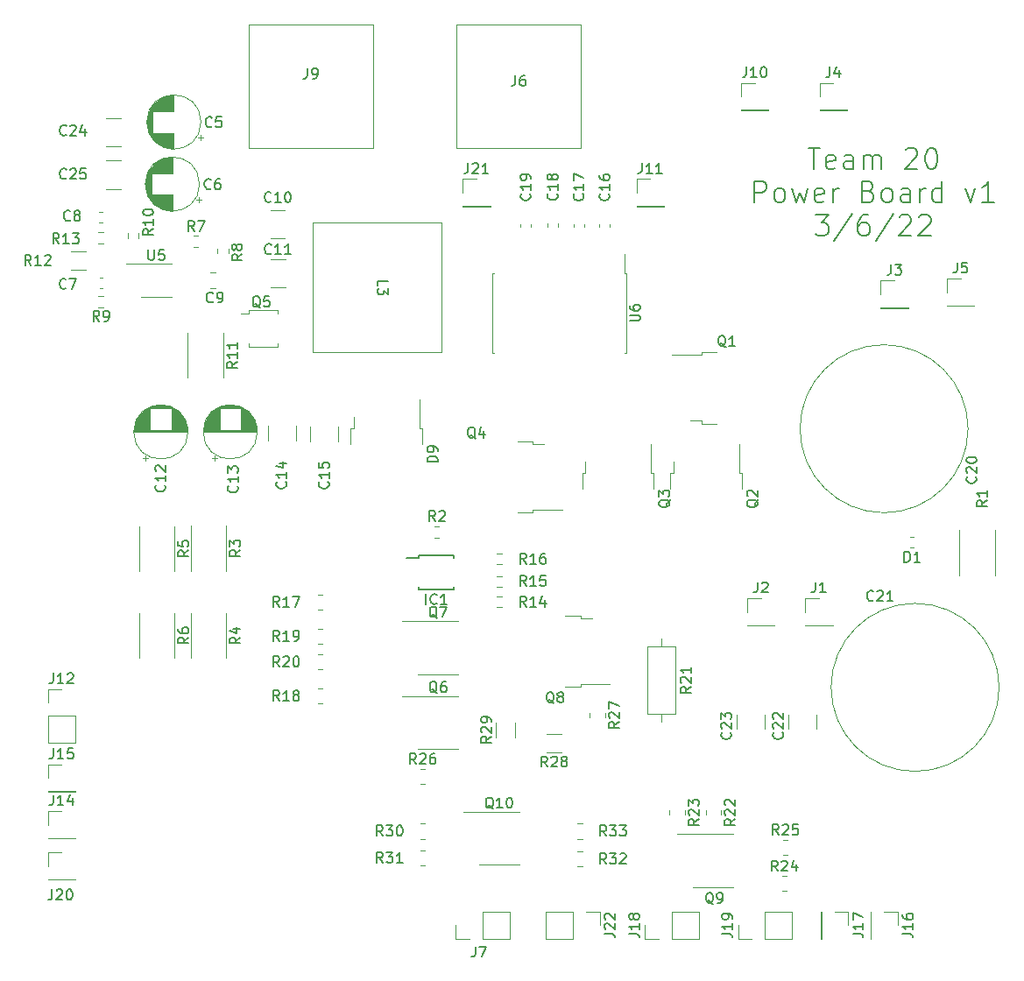
<source format=gbr>
%TF.GenerationSoftware,KiCad,Pcbnew,(6.0.1)*%
%TF.CreationDate,2022-03-07T20:17:15-06:00*%
%TF.ProjectId,power_board,706f7765-725f-4626-9f61-72642e6b6963,rev?*%
%TF.SameCoordinates,Original*%
%TF.FileFunction,Legend,Top*%
%TF.FilePolarity,Positive*%
%FSLAX46Y46*%
G04 Gerber Fmt 4.6, Leading zero omitted, Abs format (unit mm)*
G04 Created by KiCad (PCBNEW (6.0.1)) date 2022-03-07 20:17:15*
%MOMM*%
%LPD*%
G01*
G04 APERTURE LIST*
%ADD10C,0.200000*%
%ADD11C,0.150000*%
%ADD12C,0.120000*%
G04 APERTURE END LIST*
D10*
X166666666Y-67884761D02*
X167809523Y-67884761D01*
X167238095Y-69884761D02*
X167238095Y-67884761D01*
X169238095Y-69789523D02*
X169047619Y-69884761D01*
X168666666Y-69884761D01*
X168476190Y-69789523D01*
X168380952Y-69599047D01*
X168380952Y-68837142D01*
X168476190Y-68646666D01*
X168666666Y-68551428D01*
X169047619Y-68551428D01*
X169238095Y-68646666D01*
X169333333Y-68837142D01*
X169333333Y-69027619D01*
X168380952Y-69218095D01*
X171047619Y-69884761D02*
X171047619Y-68837142D01*
X170952380Y-68646666D01*
X170761904Y-68551428D01*
X170380952Y-68551428D01*
X170190476Y-68646666D01*
X171047619Y-69789523D02*
X170857142Y-69884761D01*
X170380952Y-69884761D01*
X170190476Y-69789523D01*
X170095238Y-69599047D01*
X170095238Y-69408571D01*
X170190476Y-69218095D01*
X170380952Y-69122857D01*
X170857142Y-69122857D01*
X171047619Y-69027619D01*
X172000000Y-69884761D02*
X172000000Y-68551428D01*
X172000000Y-68741904D02*
X172095238Y-68646666D01*
X172285714Y-68551428D01*
X172571428Y-68551428D01*
X172761904Y-68646666D01*
X172857142Y-68837142D01*
X172857142Y-69884761D01*
X172857142Y-68837142D02*
X172952380Y-68646666D01*
X173142857Y-68551428D01*
X173428571Y-68551428D01*
X173619047Y-68646666D01*
X173714285Y-68837142D01*
X173714285Y-69884761D01*
X176095238Y-68075238D02*
X176190476Y-67980000D01*
X176380952Y-67884761D01*
X176857142Y-67884761D01*
X177047619Y-67980000D01*
X177142857Y-68075238D01*
X177238095Y-68265714D01*
X177238095Y-68456190D01*
X177142857Y-68741904D01*
X176000000Y-69884761D01*
X177238095Y-69884761D01*
X178476190Y-67884761D02*
X178666666Y-67884761D01*
X178857142Y-67980000D01*
X178952380Y-68075238D01*
X179047619Y-68265714D01*
X179142857Y-68646666D01*
X179142857Y-69122857D01*
X179047619Y-69503809D01*
X178952380Y-69694285D01*
X178857142Y-69789523D01*
X178666666Y-69884761D01*
X178476190Y-69884761D01*
X178285714Y-69789523D01*
X178190476Y-69694285D01*
X178095238Y-69503809D01*
X178000000Y-69122857D01*
X178000000Y-68646666D01*
X178095238Y-68265714D01*
X178190476Y-68075238D01*
X178285714Y-67980000D01*
X178476190Y-67884761D01*
X161476190Y-73104761D02*
X161476190Y-71104761D01*
X162238095Y-71104761D01*
X162428571Y-71200000D01*
X162523809Y-71295238D01*
X162619047Y-71485714D01*
X162619047Y-71771428D01*
X162523809Y-71961904D01*
X162428571Y-72057142D01*
X162238095Y-72152380D01*
X161476190Y-72152380D01*
X163761904Y-73104761D02*
X163571428Y-73009523D01*
X163476190Y-72914285D01*
X163380952Y-72723809D01*
X163380952Y-72152380D01*
X163476190Y-71961904D01*
X163571428Y-71866666D01*
X163761904Y-71771428D01*
X164047619Y-71771428D01*
X164238095Y-71866666D01*
X164333333Y-71961904D01*
X164428571Y-72152380D01*
X164428571Y-72723809D01*
X164333333Y-72914285D01*
X164238095Y-73009523D01*
X164047619Y-73104761D01*
X163761904Y-73104761D01*
X165095238Y-71771428D02*
X165476190Y-73104761D01*
X165857142Y-72152380D01*
X166238095Y-73104761D01*
X166619047Y-71771428D01*
X168142857Y-73009523D02*
X167952380Y-73104761D01*
X167571428Y-73104761D01*
X167380952Y-73009523D01*
X167285714Y-72819047D01*
X167285714Y-72057142D01*
X167380952Y-71866666D01*
X167571428Y-71771428D01*
X167952380Y-71771428D01*
X168142857Y-71866666D01*
X168238095Y-72057142D01*
X168238095Y-72247619D01*
X167285714Y-72438095D01*
X169095238Y-73104761D02*
X169095238Y-71771428D01*
X169095238Y-72152380D02*
X169190476Y-71961904D01*
X169285714Y-71866666D01*
X169476190Y-71771428D01*
X169666666Y-71771428D01*
X172523809Y-72057142D02*
X172809523Y-72152380D01*
X172904761Y-72247619D01*
X173000000Y-72438095D01*
X173000000Y-72723809D01*
X172904761Y-72914285D01*
X172809523Y-73009523D01*
X172619047Y-73104761D01*
X171857142Y-73104761D01*
X171857142Y-71104761D01*
X172523809Y-71104761D01*
X172714285Y-71200000D01*
X172809523Y-71295238D01*
X172904761Y-71485714D01*
X172904761Y-71676190D01*
X172809523Y-71866666D01*
X172714285Y-71961904D01*
X172523809Y-72057142D01*
X171857142Y-72057142D01*
X174142857Y-73104761D02*
X173952380Y-73009523D01*
X173857142Y-72914285D01*
X173761904Y-72723809D01*
X173761904Y-72152380D01*
X173857142Y-71961904D01*
X173952380Y-71866666D01*
X174142857Y-71771428D01*
X174428571Y-71771428D01*
X174619047Y-71866666D01*
X174714285Y-71961904D01*
X174809523Y-72152380D01*
X174809523Y-72723809D01*
X174714285Y-72914285D01*
X174619047Y-73009523D01*
X174428571Y-73104761D01*
X174142857Y-73104761D01*
X176523809Y-73104761D02*
X176523809Y-72057142D01*
X176428571Y-71866666D01*
X176238095Y-71771428D01*
X175857142Y-71771428D01*
X175666666Y-71866666D01*
X176523809Y-73009523D02*
X176333333Y-73104761D01*
X175857142Y-73104761D01*
X175666666Y-73009523D01*
X175571428Y-72819047D01*
X175571428Y-72628571D01*
X175666666Y-72438095D01*
X175857142Y-72342857D01*
X176333333Y-72342857D01*
X176523809Y-72247619D01*
X177476190Y-73104761D02*
X177476190Y-71771428D01*
X177476190Y-72152380D02*
X177571428Y-71961904D01*
X177666666Y-71866666D01*
X177857142Y-71771428D01*
X178047619Y-71771428D01*
X179571428Y-73104761D02*
X179571428Y-71104761D01*
X179571428Y-73009523D02*
X179380952Y-73104761D01*
X179000000Y-73104761D01*
X178809523Y-73009523D01*
X178714285Y-72914285D01*
X178619047Y-72723809D01*
X178619047Y-72152380D01*
X178714285Y-71961904D01*
X178809523Y-71866666D01*
X179000000Y-71771428D01*
X179380952Y-71771428D01*
X179571428Y-71866666D01*
X181857142Y-71771428D02*
X182333333Y-73104761D01*
X182809523Y-71771428D01*
X184619047Y-73104761D02*
X183476190Y-73104761D01*
X184047619Y-73104761D02*
X184047619Y-71104761D01*
X183857142Y-71390476D01*
X183666666Y-71580952D01*
X183476190Y-71676190D01*
X167380952Y-74324761D02*
X168619047Y-74324761D01*
X167952380Y-75086666D01*
X168238095Y-75086666D01*
X168428571Y-75181904D01*
X168523809Y-75277142D01*
X168619047Y-75467619D01*
X168619047Y-75943809D01*
X168523809Y-76134285D01*
X168428571Y-76229523D01*
X168238095Y-76324761D01*
X167666666Y-76324761D01*
X167476190Y-76229523D01*
X167380952Y-76134285D01*
X170904761Y-74229523D02*
X169190476Y-76800952D01*
X172428571Y-74324761D02*
X172047619Y-74324761D01*
X171857142Y-74420000D01*
X171761904Y-74515238D01*
X171571428Y-74800952D01*
X171476190Y-75181904D01*
X171476190Y-75943809D01*
X171571428Y-76134285D01*
X171666666Y-76229523D01*
X171857142Y-76324761D01*
X172238095Y-76324761D01*
X172428571Y-76229523D01*
X172523809Y-76134285D01*
X172619047Y-75943809D01*
X172619047Y-75467619D01*
X172523809Y-75277142D01*
X172428571Y-75181904D01*
X172238095Y-75086666D01*
X171857142Y-75086666D01*
X171666666Y-75181904D01*
X171571428Y-75277142D01*
X171476190Y-75467619D01*
X174904761Y-74229523D02*
X173190476Y-76800952D01*
X175476190Y-74515238D02*
X175571428Y-74420000D01*
X175761904Y-74324761D01*
X176238095Y-74324761D01*
X176428571Y-74420000D01*
X176523809Y-74515238D01*
X176619047Y-74705714D01*
X176619047Y-74896190D01*
X176523809Y-75181904D01*
X175380952Y-76324761D01*
X176619047Y-76324761D01*
X177380952Y-74515238D02*
X177476190Y-74420000D01*
X177666666Y-74324761D01*
X178142857Y-74324761D01*
X178333333Y-74420000D01*
X178428571Y-74515238D01*
X178523809Y-74705714D01*
X178523809Y-74896190D01*
X178428571Y-75181904D01*
X177285714Y-76324761D01*
X178523809Y-76324761D01*
D11*
%TO.C,J5*%
X181066666Y-78922380D02*
X181066666Y-79636666D01*
X181019047Y-79779523D01*
X180923809Y-79874761D01*
X180780952Y-79922380D01*
X180685714Y-79922380D01*
X182019047Y-78922380D02*
X181542857Y-78922380D01*
X181495238Y-79398571D01*
X181542857Y-79350952D01*
X181638095Y-79303333D01*
X181876190Y-79303333D01*
X181971428Y-79350952D01*
X182019047Y-79398571D01*
X182066666Y-79493809D01*
X182066666Y-79731904D01*
X182019047Y-79827142D01*
X181971428Y-79874761D01*
X181876190Y-79922380D01*
X181638095Y-79922380D01*
X181542857Y-79874761D01*
X181495238Y-79827142D01*
%TO.C,J19*%
X158347380Y-143809523D02*
X159061666Y-143809523D01*
X159204523Y-143857142D01*
X159299761Y-143952380D01*
X159347380Y-144095238D01*
X159347380Y-144190476D01*
X159347380Y-142809523D02*
X159347380Y-143380952D01*
X159347380Y-143095238D02*
X158347380Y-143095238D01*
X158490238Y-143190476D01*
X158585476Y-143285714D01*
X158633095Y-143380952D01*
X159347380Y-142333333D02*
X159347380Y-142142857D01*
X159299761Y-142047619D01*
X159252142Y-142000000D01*
X159109285Y-141904761D01*
X158918809Y-141857142D01*
X158537857Y-141857142D01*
X158442619Y-141904761D01*
X158395000Y-141952380D01*
X158347380Y-142047619D01*
X158347380Y-142238095D01*
X158395000Y-142333333D01*
X158442619Y-142380952D01*
X158537857Y-142428571D01*
X158775952Y-142428571D01*
X158871190Y-142380952D01*
X158918809Y-142333333D01*
X158966428Y-142238095D01*
X158966428Y-142047619D01*
X158918809Y-141952380D01*
X158871190Y-141904761D01*
X158775952Y-141857142D01*
%TO.C,R23*%
X156102380Y-132742857D02*
X155626190Y-133076190D01*
X156102380Y-133314285D02*
X155102380Y-133314285D01*
X155102380Y-132933333D01*
X155150000Y-132838095D01*
X155197619Y-132790476D01*
X155292857Y-132742857D01*
X155435714Y-132742857D01*
X155530952Y-132790476D01*
X155578571Y-132838095D01*
X155626190Y-132933333D01*
X155626190Y-133314285D01*
X155197619Y-132361904D02*
X155150000Y-132314285D01*
X155102380Y-132219047D01*
X155102380Y-131980952D01*
X155150000Y-131885714D01*
X155197619Y-131838095D01*
X155292857Y-131790476D01*
X155388095Y-131790476D01*
X155530952Y-131838095D01*
X156102380Y-132409523D01*
X156102380Y-131790476D01*
X155102380Y-131457142D02*
X155102380Y-130838095D01*
X155483333Y-131171428D01*
X155483333Y-131028571D01*
X155530952Y-130933333D01*
X155578571Y-130885714D01*
X155673809Y-130838095D01*
X155911904Y-130838095D01*
X156007142Y-130885714D01*
X156054761Y-130933333D01*
X156102380Y-131028571D01*
X156102380Y-131314285D01*
X156054761Y-131409523D01*
X156007142Y-131457142D01*
%TO.C,J6*%
X138366666Y-60852380D02*
X138366666Y-61566666D01*
X138319047Y-61709523D01*
X138223809Y-61804761D01*
X138080952Y-61852380D01*
X137985714Y-61852380D01*
X139271428Y-60852380D02*
X139080952Y-60852380D01*
X138985714Y-60900000D01*
X138938095Y-60947619D01*
X138842857Y-61090476D01*
X138795238Y-61280952D01*
X138795238Y-61661904D01*
X138842857Y-61757142D01*
X138890476Y-61804761D01*
X138985714Y-61852380D01*
X139176190Y-61852380D01*
X139271428Y-61804761D01*
X139319047Y-61757142D01*
X139366666Y-61661904D01*
X139366666Y-61423809D01*
X139319047Y-61328571D01*
X139271428Y-61280952D01*
X139176190Y-61233333D01*
X138985714Y-61233333D01*
X138890476Y-61280952D01*
X138842857Y-61328571D01*
X138795238Y-61423809D01*
%TO.C,Q6*%
X130804761Y-120547619D02*
X130709523Y-120500000D01*
X130614285Y-120404761D01*
X130471428Y-120261904D01*
X130376190Y-120214285D01*
X130280952Y-120214285D01*
X130328571Y-120452380D02*
X130233333Y-120404761D01*
X130138095Y-120309523D01*
X130090476Y-120119047D01*
X130090476Y-119785714D01*
X130138095Y-119595238D01*
X130233333Y-119500000D01*
X130328571Y-119452380D01*
X130519047Y-119452380D01*
X130614285Y-119500000D01*
X130709523Y-119595238D01*
X130757142Y-119785714D01*
X130757142Y-120119047D01*
X130709523Y-120309523D01*
X130614285Y-120404761D01*
X130519047Y-120452380D01*
X130328571Y-120452380D01*
X131614285Y-119452380D02*
X131423809Y-119452380D01*
X131328571Y-119500000D01*
X131280952Y-119547619D01*
X131185714Y-119690476D01*
X131138095Y-119880952D01*
X131138095Y-120261904D01*
X131185714Y-120357142D01*
X131233333Y-120404761D01*
X131328571Y-120452380D01*
X131519047Y-120452380D01*
X131614285Y-120404761D01*
X131661904Y-120357142D01*
X131709523Y-120261904D01*
X131709523Y-120023809D01*
X131661904Y-119928571D01*
X131614285Y-119880952D01*
X131519047Y-119833333D01*
X131328571Y-119833333D01*
X131233333Y-119880952D01*
X131185714Y-119928571D01*
X131138095Y-120023809D01*
%TO.C,C22*%
X164157142Y-124367857D02*
X164204761Y-124415476D01*
X164252380Y-124558333D01*
X164252380Y-124653571D01*
X164204761Y-124796428D01*
X164109523Y-124891666D01*
X164014285Y-124939285D01*
X163823809Y-124986904D01*
X163680952Y-124986904D01*
X163490476Y-124939285D01*
X163395238Y-124891666D01*
X163300000Y-124796428D01*
X163252380Y-124653571D01*
X163252380Y-124558333D01*
X163300000Y-124415476D01*
X163347619Y-124367857D01*
X163347619Y-123986904D02*
X163300000Y-123939285D01*
X163252380Y-123844047D01*
X163252380Y-123605952D01*
X163300000Y-123510714D01*
X163347619Y-123463095D01*
X163442857Y-123415476D01*
X163538095Y-123415476D01*
X163680952Y-123463095D01*
X164252380Y-124034523D01*
X164252380Y-123415476D01*
X163347619Y-123034523D02*
X163300000Y-122986904D01*
X163252380Y-122891666D01*
X163252380Y-122653571D01*
X163300000Y-122558333D01*
X163347619Y-122510714D01*
X163442857Y-122463095D01*
X163538095Y-122463095D01*
X163680952Y-122510714D01*
X164252380Y-123082142D01*
X164252380Y-122463095D01*
%TO.C,R21*%
X155322380Y-119942857D02*
X154846190Y-120276190D01*
X155322380Y-120514285D02*
X154322380Y-120514285D01*
X154322380Y-120133333D01*
X154370000Y-120038095D01*
X154417619Y-119990476D01*
X154512857Y-119942857D01*
X154655714Y-119942857D01*
X154750952Y-119990476D01*
X154798571Y-120038095D01*
X154846190Y-120133333D01*
X154846190Y-120514285D01*
X154417619Y-119561904D02*
X154370000Y-119514285D01*
X154322380Y-119419047D01*
X154322380Y-119180952D01*
X154370000Y-119085714D01*
X154417619Y-119038095D01*
X154512857Y-118990476D01*
X154608095Y-118990476D01*
X154750952Y-119038095D01*
X155322380Y-119609523D01*
X155322380Y-118990476D01*
X155322380Y-118038095D02*
X155322380Y-118609523D01*
X155322380Y-118323809D02*
X154322380Y-118323809D01*
X154465238Y-118419047D01*
X154560476Y-118514285D01*
X154608095Y-118609523D01*
%TO.C,R24*%
X163719642Y-137752380D02*
X163386309Y-137276190D01*
X163148214Y-137752380D02*
X163148214Y-136752380D01*
X163529166Y-136752380D01*
X163624404Y-136800000D01*
X163672023Y-136847619D01*
X163719642Y-136942857D01*
X163719642Y-137085714D01*
X163672023Y-137180952D01*
X163624404Y-137228571D01*
X163529166Y-137276190D01*
X163148214Y-137276190D01*
X164100595Y-136847619D02*
X164148214Y-136800000D01*
X164243452Y-136752380D01*
X164481547Y-136752380D01*
X164576785Y-136800000D01*
X164624404Y-136847619D01*
X164672023Y-136942857D01*
X164672023Y-137038095D01*
X164624404Y-137180952D01*
X164052976Y-137752380D01*
X164672023Y-137752380D01*
X165529166Y-137085714D02*
X165529166Y-137752380D01*
X165291071Y-136704761D02*
X165052976Y-137419047D01*
X165672023Y-137419047D01*
%TO.C,R3*%
X111772380Y-106716666D02*
X111296190Y-107050000D01*
X111772380Y-107288095D02*
X110772380Y-107288095D01*
X110772380Y-106907142D01*
X110820000Y-106811904D01*
X110867619Y-106764285D01*
X110962857Y-106716666D01*
X111105714Y-106716666D01*
X111200952Y-106764285D01*
X111248571Y-106811904D01*
X111296190Y-106907142D01*
X111296190Y-107288095D01*
X110772380Y-106383333D02*
X110772380Y-105764285D01*
X111153333Y-106097619D01*
X111153333Y-105954761D01*
X111200952Y-105859523D01*
X111248571Y-105811904D01*
X111343809Y-105764285D01*
X111581904Y-105764285D01*
X111677142Y-105811904D01*
X111724761Y-105859523D01*
X111772380Y-105954761D01*
X111772380Y-106240476D01*
X111724761Y-106335714D01*
X111677142Y-106383333D01*
%TO.C,R28*%
X141457142Y-127672380D02*
X141123809Y-127196190D01*
X140885714Y-127672380D02*
X140885714Y-126672380D01*
X141266666Y-126672380D01*
X141361904Y-126720000D01*
X141409523Y-126767619D01*
X141457142Y-126862857D01*
X141457142Y-127005714D01*
X141409523Y-127100952D01*
X141361904Y-127148571D01*
X141266666Y-127196190D01*
X140885714Y-127196190D01*
X141838095Y-126767619D02*
X141885714Y-126720000D01*
X141980952Y-126672380D01*
X142219047Y-126672380D01*
X142314285Y-126720000D01*
X142361904Y-126767619D01*
X142409523Y-126862857D01*
X142409523Y-126958095D01*
X142361904Y-127100952D01*
X141790476Y-127672380D01*
X142409523Y-127672380D01*
X142980952Y-127100952D02*
X142885714Y-127053333D01*
X142838095Y-127005714D01*
X142790476Y-126910476D01*
X142790476Y-126862857D01*
X142838095Y-126767619D01*
X142885714Y-126720000D01*
X142980952Y-126672380D01*
X143171428Y-126672380D01*
X143266666Y-126720000D01*
X143314285Y-126767619D01*
X143361904Y-126862857D01*
X143361904Y-126910476D01*
X143314285Y-127005714D01*
X143266666Y-127053333D01*
X143171428Y-127100952D01*
X142980952Y-127100952D01*
X142885714Y-127148571D01*
X142838095Y-127196190D01*
X142790476Y-127291428D01*
X142790476Y-127481904D01*
X142838095Y-127577142D01*
X142885714Y-127624761D01*
X142980952Y-127672380D01*
X143171428Y-127672380D01*
X143266666Y-127624761D01*
X143314285Y-127577142D01*
X143361904Y-127481904D01*
X143361904Y-127291428D01*
X143314285Y-127196190D01*
X143266666Y-127148571D01*
X143171428Y-127100952D01*
%TO.C,J22*%
X146982380Y-143809523D02*
X147696666Y-143809523D01*
X147839523Y-143857142D01*
X147934761Y-143952380D01*
X147982380Y-144095238D01*
X147982380Y-144190476D01*
X147077619Y-143380952D02*
X147030000Y-143333333D01*
X146982380Y-143238095D01*
X146982380Y-143000000D01*
X147030000Y-142904761D01*
X147077619Y-142857142D01*
X147172857Y-142809523D01*
X147268095Y-142809523D01*
X147410952Y-142857142D01*
X147982380Y-143428571D01*
X147982380Y-142809523D01*
X147077619Y-142428571D02*
X147030000Y-142380952D01*
X146982380Y-142285714D01*
X146982380Y-142047619D01*
X147030000Y-141952380D01*
X147077619Y-141904761D01*
X147172857Y-141857142D01*
X147268095Y-141857142D01*
X147410952Y-141904761D01*
X147982380Y-142476190D01*
X147982380Y-141857142D01*
%TO.C,J1*%
X167366666Y-109822380D02*
X167366666Y-110536666D01*
X167319047Y-110679523D01*
X167223809Y-110774761D01*
X167080952Y-110822380D01*
X166985714Y-110822380D01*
X168366666Y-110822380D02*
X167795238Y-110822380D01*
X168080952Y-110822380D02*
X168080952Y-109822380D01*
X167985714Y-109965238D01*
X167890476Y-110060476D01*
X167795238Y-110108095D01*
%TO.C,R17*%
X115557142Y-112202380D02*
X115223809Y-111726190D01*
X114985714Y-112202380D02*
X114985714Y-111202380D01*
X115366666Y-111202380D01*
X115461904Y-111250000D01*
X115509523Y-111297619D01*
X115557142Y-111392857D01*
X115557142Y-111535714D01*
X115509523Y-111630952D01*
X115461904Y-111678571D01*
X115366666Y-111726190D01*
X114985714Y-111726190D01*
X116509523Y-112202380D02*
X115938095Y-112202380D01*
X116223809Y-112202380D02*
X116223809Y-111202380D01*
X116128571Y-111345238D01*
X116033333Y-111440476D01*
X115938095Y-111488095D01*
X116842857Y-111202380D02*
X117509523Y-111202380D01*
X117080952Y-112202380D01*
%TO.C,R10*%
X103352380Y-75692857D02*
X102876190Y-76026190D01*
X103352380Y-76264285D02*
X102352380Y-76264285D01*
X102352380Y-75883333D01*
X102400000Y-75788095D01*
X102447619Y-75740476D01*
X102542857Y-75692857D01*
X102685714Y-75692857D01*
X102780952Y-75740476D01*
X102828571Y-75788095D01*
X102876190Y-75883333D01*
X102876190Y-76264285D01*
X103352380Y-74740476D02*
X103352380Y-75311904D01*
X103352380Y-75026190D02*
X102352380Y-75026190D01*
X102495238Y-75121428D01*
X102590476Y-75216666D01*
X102638095Y-75311904D01*
X102352380Y-74121428D02*
X102352380Y-74026190D01*
X102400000Y-73930952D01*
X102447619Y-73883333D01*
X102542857Y-73835714D01*
X102733333Y-73788095D01*
X102971428Y-73788095D01*
X103161904Y-73835714D01*
X103257142Y-73883333D01*
X103304761Y-73930952D01*
X103352380Y-74026190D01*
X103352380Y-74121428D01*
X103304761Y-74216666D01*
X103257142Y-74264285D01*
X103161904Y-74311904D01*
X102971428Y-74359523D01*
X102733333Y-74359523D01*
X102542857Y-74311904D01*
X102447619Y-74264285D01*
X102400000Y-74216666D01*
X102352380Y-74121428D01*
%TO.C,Q3*%
X153347619Y-101845238D02*
X153300000Y-101940476D01*
X153204761Y-102035714D01*
X153061904Y-102178571D01*
X153014285Y-102273809D01*
X153014285Y-102369047D01*
X153252380Y-102321428D02*
X153204761Y-102416666D01*
X153109523Y-102511904D01*
X152919047Y-102559523D01*
X152585714Y-102559523D01*
X152395238Y-102511904D01*
X152300000Y-102416666D01*
X152252380Y-102321428D01*
X152252380Y-102130952D01*
X152300000Y-102035714D01*
X152395238Y-101940476D01*
X152585714Y-101892857D01*
X152919047Y-101892857D01*
X153109523Y-101940476D01*
X153204761Y-102035714D01*
X153252380Y-102130952D01*
X153252380Y-102321428D01*
X152252380Y-101559523D02*
X152252380Y-100940476D01*
X152633333Y-101273809D01*
X152633333Y-101130952D01*
X152680952Y-101035714D01*
X152728571Y-100988095D01*
X152823809Y-100940476D01*
X153061904Y-100940476D01*
X153157142Y-100988095D01*
X153204761Y-101035714D01*
X153252380Y-101130952D01*
X153252380Y-101416666D01*
X153204761Y-101511904D01*
X153157142Y-101559523D01*
%TO.C,C14*%
X116157142Y-100142857D02*
X116204761Y-100190476D01*
X116252380Y-100333333D01*
X116252380Y-100428571D01*
X116204761Y-100571428D01*
X116109523Y-100666666D01*
X116014285Y-100714285D01*
X115823809Y-100761904D01*
X115680952Y-100761904D01*
X115490476Y-100714285D01*
X115395238Y-100666666D01*
X115300000Y-100571428D01*
X115252380Y-100428571D01*
X115252380Y-100333333D01*
X115300000Y-100190476D01*
X115347619Y-100142857D01*
X116252380Y-99190476D02*
X116252380Y-99761904D01*
X116252380Y-99476190D02*
X115252380Y-99476190D01*
X115395238Y-99571428D01*
X115490476Y-99666666D01*
X115538095Y-99761904D01*
X115585714Y-98333333D02*
X116252380Y-98333333D01*
X115204761Y-98571428D02*
X115919047Y-98809523D01*
X115919047Y-98190476D01*
%TO.C,R29*%
X136032380Y-124742857D02*
X135556190Y-125076190D01*
X136032380Y-125314285D02*
X135032380Y-125314285D01*
X135032380Y-124933333D01*
X135080000Y-124838095D01*
X135127619Y-124790476D01*
X135222857Y-124742857D01*
X135365714Y-124742857D01*
X135460952Y-124790476D01*
X135508571Y-124838095D01*
X135556190Y-124933333D01*
X135556190Y-125314285D01*
X135127619Y-124361904D02*
X135080000Y-124314285D01*
X135032380Y-124219047D01*
X135032380Y-123980952D01*
X135080000Y-123885714D01*
X135127619Y-123838095D01*
X135222857Y-123790476D01*
X135318095Y-123790476D01*
X135460952Y-123838095D01*
X136032380Y-124409523D01*
X136032380Y-123790476D01*
X136032380Y-123314285D02*
X136032380Y-123123809D01*
X135984761Y-123028571D01*
X135937142Y-122980952D01*
X135794285Y-122885714D01*
X135603809Y-122838095D01*
X135222857Y-122838095D01*
X135127619Y-122885714D01*
X135080000Y-122933333D01*
X135032380Y-123028571D01*
X135032380Y-123219047D01*
X135080000Y-123314285D01*
X135127619Y-123361904D01*
X135222857Y-123409523D01*
X135460952Y-123409523D01*
X135556190Y-123361904D01*
X135603809Y-123314285D01*
X135651428Y-123219047D01*
X135651428Y-123028571D01*
X135603809Y-122933333D01*
X135556190Y-122885714D01*
X135460952Y-122838095D01*
%TO.C,R19*%
X115557142Y-115502380D02*
X115223809Y-115026190D01*
X114985714Y-115502380D02*
X114985714Y-114502380D01*
X115366666Y-114502380D01*
X115461904Y-114550000D01*
X115509523Y-114597619D01*
X115557142Y-114692857D01*
X115557142Y-114835714D01*
X115509523Y-114930952D01*
X115461904Y-114978571D01*
X115366666Y-115026190D01*
X114985714Y-115026190D01*
X116509523Y-115502380D02*
X115938095Y-115502380D01*
X116223809Y-115502380D02*
X116223809Y-114502380D01*
X116128571Y-114645238D01*
X116033333Y-114740476D01*
X115938095Y-114788095D01*
X116985714Y-115502380D02*
X117176190Y-115502380D01*
X117271428Y-115454761D01*
X117319047Y-115407142D01*
X117414285Y-115264285D01*
X117461904Y-115073809D01*
X117461904Y-114692857D01*
X117414285Y-114597619D01*
X117366666Y-114550000D01*
X117271428Y-114502380D01*
X117080952Y-114502380D01*
X116985714Y-114550000D01*
X116938095Y-114597619D01*
X116890476Y-114692857D01*
X116890476Y-114930952D01*
X116938095Y-115026190D01*
X116985714Y-115073809D01*
X117080952Y-115121428D01*
X117271428Y-115121428D01*
X117366666Y-115073809D01*
X117414285Y-115026190D01*
X117461904Y-114930952D01*
%TO.C,Q7*%
X130804761Y-113297619D02*
X130709523Y-113250000D01*
X130614285Y-113154761D01*
X130471428Y-113011904D01*
X130376190Y-112964285D01*
X130280952Y-112964285D01*
X130328571Y-113202380D02*
X130233333Y-113154761D01*
X130138095Y-113059523D01*
X130090476Y-112869047D01*
X130090476Y-112535714D01*
X130138095Y-112345238D01*
X130233333Y-112250000D01*
X130328571Y-112202380D01*
X130519047Y-112202380D01*
X130614285Y-112250000D01*
X130709523Y-112345238D01*
X130757142Y-112535714D01*
X130757142Y-112869047D01*
X130709523Y-113059523D01*
X130614285Y-113154761D01*
X130519047Y-113202380D01*
X130328571Y-113202380D01*
X131090476Y-112202380D02*
X131757142Y-112202380D01*
X131328571Y-113202380D01*
%TO.C,Q5*%
X113704761Y-83310119D02*
X113609523Y-83262500D01*
X113514285Y-83167261D01*
X113371428Y-83024404D01*
X113276190Y-82976785D01*
X113180952Y-82976785D01*
X113228571Y-83214880D02*
X113133333Y-83167261D01*
X113038095Y-83072023D01*
X112990476Y-82881547D01*
X112990476Y-82548214D01*
X113038095Y-82357738D01*
X113133333Y-82262500D01*
X113228571Y-82214880D01*
X113419047Y-82214880D01*
X113514285Y-82262500D01*
X113609523Y-82357738D01*
X113657142Y-82548214D01*
X113657142Y-82881547D01*
X113609523Y-83072023D01*
X113514285Y-83167261D01*
X113419047Y-83214880D01*
X113228571Y-83214880D01*
X114561904Y-82214880D02*
X114085714Y-82214880D01*
X114038095Y-82691071D01*
X114085714Y-82643452D01*
X114180952Y-82595833D01*
X114419047Y-82595833D01*
X114514285Y-82643452D01*
X114561904Y-82691071D01*
X114609523Y-82786309D01*
X114609523Y-83024404D01*
X114561904Y-83119642D01*
X114514285Y-83167261D01*
X114419047Y-83214880D01*
X114180952Y-83214880D01*
X114085714Y-83167261D01*
X114038095Y-83119642D01*
%TO.C,R15*%
X139407142Y-110202380D02*
X139073809Y-109726190D01*
X138835714Y-110202380D02*
X138835714Y-109202380D01*
X139216666Y-109202380D01*
X139311904Y-109250000D01*
X139359523Y-109297619D01*
X139407142Y-109392857D01*
X139407142Y-109535714D01*
X139359523Y-109630952D01*
X139311904Y-109678571D01*
X139216666Y-109726190D01*
X138835714Y-109726190D01*
X140359523Y-110202380D02*
X139788095Y-110202380D01*
X140073809Y-110202380D02*
X140073809Y-109202380D01*
X139978571Y-109345238D01*
X139883333Y-109440476D01*
X139788095Y-109488095D01*
X141264285Y-109202380D02*
X140788095Y-109202380D01*
X140740476Y-109678571D01*
X140788095Y-109630952D01*
X140883333Y-109583333D01*
X141121428Y-109583333D01*
X141216666Y-109630952D01*
X141264285Y-109678571D01*
X141311904Y-109773809D01*
X141311904Y-110011904D01*
X141264285Y-110107142D01*
X141216666Y-110154761D01*
X141121428Y-110202380D01*
X140883333Y-110202380D01*
X140788095Y-110154761D01*
X140740476Y-110107142D01*
%TO.C,IC1*%
X129723809Y-111982380D02*
X129723809Y-110982380D01*
X130771428Y-111887142D02*
X130723809Y-111934761D01*
X130580952Y-111982380D01*
X130485714Y-111982380D01*
X130342857Y-111934761D01*
X130247619Y-111839523D01*
X130200000Y-111744285D01*
X130152380Y-111553809D01*
X130152380Y-111410952D01*
X130200000Y-111220476D01*
X130247619Y-111125238D01*
X130342857Y-111030000D01*
X130485714Y-110982380D01*
X130580952Y-110982380D01*
X130723809Y-111030000D01*
X130771428Y-111077619D01*
X131723809Y-111982380D02*
X131152380Y-111982380D01*
X131438095Y-111982380D02*
X131438095Y-110982380D01*
X131342857Y-111125238D01*
X131247619Y-111220476D01*
X131152380Y-111268095D01*
%TO.C,C23*%
X159157142Y-124367857D02*
X159204761Y-124415476D01*
X159252380Y-124558333D01*
X159252380Y-124653571D01*
X159204761Y-124796428D01*
X159109523Y-124891666D01*
X159014285Y-124939285D01*
X158823809Y-124986904D01*
X158680952Y-124986904D01*
X158490476Y-124939285D01*
X158395238Y-124891666D01*
X158300000Y-124796428D01*
X158252380Y-124653571D01*
X158252380Y-124558333D01*
X158300000Y-124415476D01*
X158347619Y-124367857D01*
X158347619Y-123986904D02*
X158300000Y-123939285D01*
X158252380Y-123844047D01*
X158252380Y-123605952D01*
X158300000Y-123510714D01*
X158347619Y-123463095D01*
X158442857Y-123415476D01*
X158538095Y-123415476D01*
X158680952Y-123463095D01*
X159252380Y-124034523D01*
X159252380Y-123415476D01*
X158252380Y-123082142D02*
X158252380Y-122463095D01*
X158633333Y-122796428D01*
X158633333Y-122653571D01*
X158680952Y-122558333D01*
X158728571Y-122510714D01*
X158823809Y-122463095D01*
X159061904Y-122463095D01*
X159157142Y-122510714D01*
X159204761Y-122558333D01*
X159252380Y-122653571D01*
X159252380Y-122939285D01*
X159204761Y-123034523D01*
X159157142Y-123082142D01*
%TO.C,C15*%
X120257142Y-100142857D02*
X120304761Y-100190476D01*
X120352380Y-100333333D01*
X120352380Y-100428571D01*
X120304761Y-100571428D01*
X120209523Y-100666666D01*
X120114285Y-100714285D01*
X119923809Y-100761904D01*
X119780952Y-100761904D01*
X119590476Y-100714285D01*
X119495238Y-100666666D01*
X119400000Y-100571428D01*
X119352380Y-100428571D01*
X119352380Y-100333333D01*
X119400000Y-100190476D01*
X119447619Y-100142857D01*
X120352380Y-99190476D02*
X120352380Y-99761904D01*
X120352380Y-99476190D02*
X119352380Y-99476190D01*
X119495238Y-99571428D01*
X119590476Y-99666666D01*
X119638095Y-99761904D01*
X119352380Y-98285714D02*
X119352380Y-98761904D01*
X119828571Y-98809523D01*
X119780952Y-98761904D01*
X119733333Y-98666666D01*
X119733333Y-98428571D01*
X119780952Y-98333333D01*
X119828571Y-98285714D01*
X119923809Y-98238095D01*
X120161904Y-98238095D01*
X120257142Y-98285714D01*
X120304761Y-98333333D01*
X120352380Y-98428571D01*
X120352380Y-98666666D01*
X120304761Y-98761904D01*
X120257142Y-98809523D01*
%TO.C,C11*%
X114767142Y-78037142D02*
X114719523Y-78084761D01*
X114576666Y-78132380D01*
X114481428Y-78132380D01*
X114338571Y-78084761D01*
X114243333Y-77989523D01*
X114195714Y-77894285D01*
X114148095Y-77703809D01*
X114148095Y-77560952D01*
X114195714Y-77370476D01*
X114243333Y-77275238D01*
X114338571Y-77180000D01*
X114481428Y-77132380D01*
X114576666Y-77132380D01*
X114719523Y-77180000D01*
X114767142Y-77227619D01*
X115719523Y-78132380D02*
X115148095Y-78132380D01*
X115433809Y-78132380D02*
X115433809Y-77132380D01*
X115338571Y-77275238D01*
X115243333Y-77370476D01*
X115148095Y-77418095D01*
X116671904Y-78132380D02*
X116100476Y-78132380D01*
X116386190Y-78132380D02*
X116386190Y-77132380D01*
X116290952Y-77275238D01*
X116195714Y-77370476D01*
X116100476Y-77418095D01*
%TO.C,Q1*%
X158704761Y-87097619D02*
X158609523Y-87050000D01*
X158514285Y-86954761D01*
X158371428Y-86811904D01*
X158276190Y-86764285D01*
X158180952Y-86764285D01*
X158228571Y-87002380D02*
X158133333Y-86954761D01*
X158038095Y-86859523D01*
X157990476Y-86669047D01*
X157990476Y-86335714D01*
X158038095Y-86145238D01*
X158133333Y-86050000D01*
X158228571Y-86002380D01*
X158419047Y-86002380D01*
X158514285Y-86050000D01*
X158609523Y-86145238D01*
X158657142Y-86335714D01*
X158657142Y-86669047D01*
X158609523Y-86859523D01*
X158514285Y-86954761D01*
X158419047Y-87002380D01*
X158228571Y-87002380D01*
X159609523Y-87002380D02*
X159038095Y-87002380D01*
X159323809Y-87002380D02*
X159323809Y-86002380D01*
X159228571Y-86145238D01*
X159133333Y-86240476D01*
X159038095Y-86288095D01*
%TO.C,R14*%
X139407142Y-112202380D02*
X139073809Y-111726190D01*
X138835714Y-112202380D02*
X138835714Y-111202380D01*
X139216666Y-111202380D01*
X139311904Y-111250000D01*
X139359523Y-111297619D01*
X139407142Y-111392857D01*
X139407142Y-111535714D01*
X139359523Y-111630952D01*
X139311904Y-111678571D01*
X139216666Y-111726190D01*
X138835714Y-111726190D01*
X140359523Y-112202380D02*
X139788095Y-112202380D01*
X140073809Y-112202380D02*
X140073809Y-111202380D01*
X139978571Y-111345238D01*
X139883333Y-111440476D01*
X139788095Y-111488095D01*
X141216666Y-111535714D02*
X141216666Y-112202380D01*
X140978571Y-111154761D02*
X140740476Y-111869047D01*
X141359523Y-111869047D01*
%TO.C,C24*%
X94957142Y-66557142D02*
X94909523Y-66604761D01*
X94766666Y-66652380D01*
X94671428Y-66652380D01*
X94528571Y-66604761D01*
X94433333Y-66509523D01*
X94385714Y-66414285D01*
X94338095Y-66223809D01*
X94338095Y-66080952D01*
X94385714Y-65890476D01*
X94433333Y-65795238D01*
X94528571Y-65700000D01*
X94671428Y-65652380D01*
X94766666Y-65652380D01*
X94909523Y-65700000D01*
X94957142Y-65747619D01*
X95338095Y-65747619D02*
X95385714Y-65700000D01*
X95480952Y-65652380D01*
X95719047Y-65652380D01*
X95814285Y-65700000D01*
X95861904Y-65747619D01*
X95909523Y-65842857D01*
X95909523Y-65938095D01*
X95861904Y-66080952D01*
X95290476Y-66652380D01*
X95909523Y-66652380D01*
X96766666Y-65985714D02*
X96766666Y-66652380D01*
X96528571Y-65604761D02*
X96290476Y-66319047D01*
X96909523Y-66319047D01*
%TO.C,R6*%
X106772380Y-115166666D02*
X106296190Y-115500000D01*
X106772380Y-115738095D02*
X105772380Y-115738095D01*
X105772380Y-115357142D01*
X105820000Y-115261904D01*
X105867619Y-115214285D01*
X105962857Y-115166666D01*
X106105714Y-115166666D01*
X106200952Y-115214285D01*
X106248571Y-115261904D01*
X106296190Y-115357142D01*
X106296190Y-115738095D01*
X105772380Y-114309523D02*
X105772380Y-114500000D01*
X105820000Y-114595238D01*
X105867619Y-114642857D01*
X106010476Y-114738095D01*
X106200952Y-114785714D01*
X106581904Y-114785714D01*
X106677142Y-114738095D01*
X106724761Y-114690476D01*
X106772380Y-114595238D01*
X106772380Y-114404761D01*
X106724761Y-114309523D01*
X106677142Y-114261904D01*
X106581904Y-114214285D01*
X106343809Y-114214285D01*
X106248571Y-114261904D01*
X106200952Y-114309523D01*
X106153333Y-114404761D01*
X106153333Y-114595238D01*
X106200952Y-114690476D01*
X106248571Y-114738095D01*
X106343809Y-114785714D01*
%TO.C,D1*%
X175961904Y-107882380D02*
X175961904Y-106882380D01*
X176200000Y-106882380D01*
X176342857Y-106930000D01*
X176438095Y-107025238D01*
X176485714Y-107120476D01*
X176533333Y-107310952D01*
X176533333Y-107453809D01*
X176485714Y-107644285D01*
X176438095Y-107739523D01*
X176342857Y-107834761D01*
X176200000Y-107882380D01*
X175961904Y-107882380D01*
X177485714Y-107882380D02*
X176914285Y-107882380D01*
X177200000Y-107882380D02*
X177200000Y-106882380D01*
X177104761Y-107025238D01*
X177009523Y-107120476D01*
X176914285Y-107168095D01*
%TO.C,J16*%
X175782380Y-143809523D02*
X176496666Y-143809523D01*
X176639523Y-143857142D01*
X176734761Y-143952380D01*
X176782380Y-144095238D01*
X176782380Y-144190476D01*
X176782380Y-142809523D02*
X176782380Y-143380952D01*
X176782380Y-143095238D02*
X175782380Y-143095238D01*
X175925238Y-143190476D01*
X176020476Y-143285714D01*
X176068095Y-143380952D01*
X175782380Y-141952380D02*
X175782380Y-142142857D01*
X175830000Y-142238095D01*
X175877619Y-142285714D01*
X176020476Y-142380952D01*
X176210952Y-142428571D01*
X176591904Y-142428571D01*
X176687142Y-142380952D01*
X176734761Y-142333333D01*
X176782380Y-142238095D01*
X176782380Y-142047619D01*
X176734761Y-141952380D01*
X176687142Y-141904761D01*
X176591904Y-141857142D01*
X176353809Y-141857142D01*
X176258571Y-141904761D01*
X176210952Y-141952380D01*
X176163333Y-142047619D01*
X176163333Y-142238095D01*
X176210952Y-142333333D01*
X176258571Y-142380952D01*
X176353809Y-142428571D01*
%TO.C,R20*%
X115557142Y-118002380D02*
X115223809Y-117526190D01*
X114985714Y-118002380D02*
X114985714Y-117002380D01*
X115366666Y-117002380D01*
X115461904Y-117050000D01*
X115509523Y-117097619D01*
X115557142Y-117192857D01*
X115557142Y-117335714D01*
X115509523Y-117430952D01*
X115461904Y-117478571D01*
X115366666Y-117526190D01*
X114985714Y-117526190D01*
X115938095Y-117097619D02*
X115985714Y-117050000D01*
X116080952Y-117002380D01*
X116319047Y-117002380D01*
X116414285Y-117050000D01*
X116461904Y-117097619D01*
X116509523Y-117192857D01*
X116509523Y-117288095D01*
X116461904Y-117430952D01*
X115890476Y-118002380D01*
X116509523Y-118002380D01*
X117128571Y-117002380D02*
X117223809Y-117002380D01*
X117319047Y-117050000D01*
X117366666Y-117097619D01*
X117414285Y-117192857D01*
X117461904Y-117383333D01*
X117461904Y-117621428D01*
X117414285Y-117811904D01*
X117366666Y-117907142D01*
X117319047Y-117954761D01*
X117223809Y-118002380D01*
X117128571Y-118002380D01*
X117033333Y-117954761D01*
X116985714Y-117907142D01*
X116938095Y-117811904D01*
X116890476Y-117621428D01*
X116890476Y-117383333D01*
X116938095Y-117192857D01*
X116985714Y-117097619D01*
X117033333Y-117050000D01*
X117128571Y-117002380D01*
%TO.C,Q4*%
X134504761Y-95947619D02*
X134409523Y-95900000D01*
X134314285Y-95804761D01*
X134171428Y-95661904D01*
X134076190Y-95614285D01*
X133980952Y-95614285D01*
X134028571Y-95852380D02*
X133933333Y-95804761D01*
X133838095Y-95709523D01*
X133790476Y-95519047D01*
X133790476Y-95185714D01*
X133838095Y-94995238D01*
X133933333Y-94900000D01*
X134028571Y-94852380D01*
X134219047Y-94852380D01*
X134314285Y-94900000D01*
X134409523Y-94995238D01*
X134457142Y-95185714D01*
X134457142Y-95519047D01*
X134409523Y-95709523D01*
X134314285Y-95804761D01*
X134219047Y-95852380D01*
X134028571Y-95852380D01*
X135314285Y-95185714D02*
X135314285Y-95852380D01*
X135076190Y-94804761D02*
X134838095Y-95519047D01*
X135457142Y-95519047D01*
%TO.C,J17*%
X170982380Y-143809523D02*
X171696666Y-143809523D01*
X171839523Y-143857142D01*
X171934761Y-143952380D01*
X171982380Y-144095238D01*
X171982380Y-144190476D01*
X171982380Y-142809523D02*
X171982380Y-143380952D01*
X171982380Y-143095238D02*
X170982380Y-143095238D01*
X171125238Y-143190476D01*
X171220476Y-143285714D01*
X171268095Y-143380952D01*
X170982380Y-142476190D02*
X170982380Y-141809523D01*
X171982380Y-142238095D01*
%TO.C,R11*%
X111472380Y-88555357D02*
X110996190Y-88888690D01*
X111472380Y-89126785D02*
X110472380Y-89126785D01*
X110472380Y-88745833D01*
X110520000Y-88650595D01*
X110567619Y-88602976D01*
X110662857Y-88555357D01*
X110805714Y-88555357D01*
X110900952Y-88602976D01*
X110948571Y-88650595D01*
X110996190Y-88745833D01*
X110996190Y-89126785D01*
X111472380Y-87602976D02*
X111472380Y-88174404D01*
X111472380Y-87888690D02*
X110472380Y-87888690D01*
X110615238Y-87983928D01*
X110710476Y-88079166D01*
X110758095Y-88174404D01*
X111472380Y-86650595D02*
X111472380Y-87222023D01*
X111472380Y-86936309D02*
X110472380Y-86936309D01*
X110615238Y-87031547D01*
X110710476Y-87126785D01*
X110758095Y-87222023D01*
%TO.C,C12*%
X104457142Y-100442857D02*
X104504761Y-100490476D01*
X104552380Y-100633333D01*
X104552380Y-100728571D01*
X104504761Y-100871428D01*
X104409523Y-100966666D01*
X104314285Y-101014285D01*
X104123809Y-101061904D01*
X103980952Y-101061904D01*
X103790476Y-101014285D01*
X103695238Y-100966666D01*
X103600000Y-100871428D01*
X103552380Y-100728571D01*
X103552380Y-100633333D01*
X103600000Y-100490476D01*
X103647619Y-100442857D01*
X104552380Y-99490476D02*
X104552380Y-100061904D01*
X104552380Y-99776190D02*
X103552380Y-99776190D01*
X103695238Y-99871428D01*
X103790476Y-99966666D01*
X103838095Y-100061904D01*
X103647619Y-99109523D02*
X103600000Y-99061904D01*
X103552380Y-98966666D01*
X103552380Y-98728571D01*
X103600000Y-98633333D01*
X103647619Y-98585714D01*
X103742857Y-98538095D01*
X103838095Y-98538095D01*
X103980952Y-98585714D01*
X104552380Y-99157142D01*
X104552380Y-98538095D01*
%TO.C,C5*%
X109033333Y-65757142D02*
X108985714Y-65804761D01*
X108842857Y-65852380D01*
X108747619Y-65852380D01*
X108604761Y-65804761D01*
X108509523Y-65709523D01*
X108461904Y-65614285D01*
X108414285Y-65423809D01*
X108414285Y-65280952D01*
X108461904Y-65090476D01*
X108509523Y-64995238D01*
X108604761Y-64900000D01*
X108747619Y-64852380D01*
X108842857Y-64852380D01*
X108985714Y-64900000D01*
X109033333Y-64947619D01*
X109938095Y-64852380D02*
X109461904Y-64852380D01*
X109414285Y-65328571D01*
X109461904Y-65280952D01*
X109557142Y-65233333D01*
X109795238Y-65233333D01*
X109890476Y-65280952D01*
X109938095Y-65328571D01*
X109985714Y-65423809D01*
X109985714Y-65661904D01*
X109938095Y-65757142D01*
X109890476Y-65804761D01*
X109795238Y-65852380D01*
X109557142Y-65852380D01*
X109461904Y-65804761D01*
X109414285Y-65757142D01*
%TO.C,R12*%
X91557142Y-79202380D02*
X91223809Y-78726190D01*
X90985714Y-79202380D02*
X90985714Y-78202380D01*
X91366666Y-78202380D01*
X91461904Y-78250000D01*
X91509523Y-78297619D01*
X91557142Y-78392857D01*
X91557142Y-78535714D01*
X91509523Y-78630952D01*
X91461904Y-78678571D01*
X91366666Y-78726190D01*
X90985714Y-78726190D01*
X92509523Y-79202380D02*
X91938095Y-79202380D01*
X92223809Y-79202380D02*
X92223809Y-78202380D01*
X92128571Y-78345238D01*
X92033333Y-78440476D01*
X91938095Y-78488095D01*
X92890476Y-78297619D02*
X92938095Y-78250000D01*
X93033333Y-78202380D01*
X93271428Y-78202380D01*
X93366666Y-78250000D01*
X93414285Y-78297619D01*
X93461904Y-78392857D01*
X93461904Y-78488095D01*
X93414285Y-78630952D01*
X92842857Y-79202380D01*
X93461904Y-79202380D01*
%TO.C,R4*%
X111772380Y-115166666D02*
X111296190Y-115500000D01*
X111772380Y-115738095D02*
X110772380Y-115738095D01*
X110772380Y-115357142D01*
X110820000Y-115261904D01*
X110867619Y-115214285D01*
X110962857Y-115166666D01*
X111105714Y-115166666D01*
X111200952Y-115214285D01*
X111248571Y-115261904D01*
X111296190Y-115357142D01*
X111296190Y-115738095D01*
X111105714Y-114309523D02*
X111772380Y-114309523D01*
X110724761Y-114547619D02*
X111439047Y-114785714D01*
X111439047Y-114166666D01*
%TO.C,R9*%
X98143333Y-84602380D02*
X97810000Y-84126190D01*
X97571904Y-84602380D02*
X97571904Y-83602380D01*
X97952857Y-83602380D01*
X98048095Y-83650000D01*
X98095714Y-83697619D01*
X98143333Y-83792857D01*
X98143333Y-83935714D01*
X98095714Y-84030952D01*
X98048095Y-84078571D01*
X97952857Y-84126190D01*
X97571904Y-84126190D01*
X98619523Y-84602380D02*
X98810000Y-84602380D01*
X98905238Y-84554761D01*
X98952857Y-84507142D01*
X99048095Y-84364285D01*
X99095714Y-84173809D01*
X99095714Y-83792857D01*
X99048095Y-83697619D01*
X99000476Y-83650000D01*
X98905238Y-83602380D01*
X98714761Y-83602380D01*
X98619523Y-83650000D01*
X98571904Y-83697619D01*
X98524285Y-83792857D01*
X98524285Y-84030952D01*
X98571904Y-84126190D01*
X98619523Y-84173809D01*
X98714761Y-84221428D01*
X98905238Y-84221428D01*
X99000476Y-84173809D01*
X99048095Y-84126190D01*
X99095714Y-84030952D01*
%TO.C,R26*%
X128757142Y-127402380D02*
X128423809Y-126926190D01*
X128185714Y-127402380D02*
X128185714Y-126402380D01*
X128566666Y-126402380D01*
X128661904Y-126450000D01*
X128709523Y-126497619D01*
X128757142Y-126592857D01*
X128757142Y-126735714D01*
X128709523Y-126830952D01*
X128661904Y-126878571D01*
X128566666Y-126926190D01*
X128185714Y-126926190D01*
X129138095Y-126497619D02*
X129185714Y-126450000D01*
X129280952Y-126402380D01*
X129519047Y-126402380D01*
X129614285Y-126450000D01*
X129661904Y-126497619D01*
X129709523Y-126592857D01*
X129709523Y-126688095D01*
X129661904Y-126830952D01*
X129090476Y-127402380D01*
X129709523Y-127402380D01*
X130566666Y-126402380D02*
X130376190Y-126402380D01*
X130280952Y-126450000D01*
X130233333Y-126497619D01*
X130138095Y-126640476D01*
X130090476Y-126830952D01*
X130090476Y-127211904D01*
X130138095Y-127307142D01*
X130185714Y-127354761D01*
X130280952Y-127402380D01*
X130471428Y-127402380D01*
X130566666Y-127354761D01*
X130614285Y-127307142D01*
X130661904Y-127211904D01*
X130661904Y-126973809D01*
X130614285Y-126878571D01*
X130566666Y-126830952D01*
X130471428Y-126783333D01*
X130280952Y-126783333D01*
X130185714Y-126830952D01*
X130138095Y-126878571D01*
X130090476Y-126973809D01*
%TO.C,C18*%
X142367142Y-72282857D02*
X142414761Y-72330476D01*
X142462380Y-72473333D01*
X142462380Y-72568571D01*
X142414761Y-72711428D01*
X142319523Y-72806666D01*
X142224285Y-72854285D01*
X142033809Y-72901904D01*
X141890952Y-72901904D01*
X141700476Y-72854285D01*
X141605238Y-72806666D01*
X141510000Y-72711428D01*
X141462380Y-72568571D01*
X141462380Y-72473333D01*
X141510000Y-72330476D01*
X141557619Y-72282857D01*
X142462380Y-71330476D02*
X142462380Y-71901904D01*
X142462380Y-71616190D02*
X141462380Y-71616190D01*
X141605238Y-71711428D01*
X141700476Y-71806666D01*
X141748095Y-71901904D01*
X141890952Y-70759047D02*
X141843333Y-70854285D01*
X141795714Y-70901904D01*
X141700476Y-70949523D01*
X141652857Y-70949523D01*
X141557619Y-70901904D01*
X141510000Y-70854285D01*
X141462380Y-70759047D01*
X141462380Y-70568571D01*
X141510000Y-70473333D01*
X141557619Y-70425714D01*
X141652857Y-70378095D01*
X141700476Y-70378095D01*
X141795714Y-70425714D01*
X141843333Y-70473333D01*
X141890952Y-70568571D01*
X141890952Y-70759047D01*
X141938571Y-70854285D01*
X141986190Y-70901904D01*
X142081428Y-70949523D01*
X142271904Y-70949523D01*
X142367142Y-70901904D01*
X142414761Y-70854285D01*
X142462380Y-70759047D01*
X142462380Y-70568571D01*
X142414761Y-70473333D01*
X142367142Y-70425714D01*
X142271904Y-70378095D01*
X142081428Y-70378095D01*
X141986190Y-70425714D01*
X141938571Y-70473333D01*
X141890952Y-70568571D01*
%TO.C,R30*%
X125557142Y-134352380D02*
X125223809Y-133876190D01*
X124985714Y-134352380D02*
X124985714Y-133352380D01*
X125366666Y-133352380D01*
X125461904Y-133400000D01*
X125509523Y-133447619D01*
X125557142Y-133542857D01*
X125557142Y-133685714D01*
X125509523Y-133780952D01*
X125461904Y-133828571D01*
X125366666Y-133876190D01*
X124985714Y-133876190D01*
X125890476Y-133352380D02*
X126509523Y-133352380D01*
X126176190Y-133733333D01*
X126319047Y-133733333D01*
X126414285Y-133780952D01*
X126461904Y-133828571D01*
X126509523Y-133923809D01*
X126509523Y-134161904D01*
X126461904Y-134257142D01*
X126414285Y-134304761D01*
X126319047Y-134352380D01*
X126033333Y-134352380D01*
X125938095Y-134304761D01*
X125890476Y-134257142D01*
X127128571Y-133352380D02*
X127223809Y-133352380D01*
X127319047Y-133400000D01*
X127366666Y-133447619D01*
X127414285Y-133542857D01*
X127461904Y-133733333D01*
X127461904Y-133971428D01*
X127414285Y-134161904D01*
X127366666Y-134257142D01*
X127319047Y-134304761D01*
X127223809Y-134352380D01*
X127128571Y-134352380D01*
X127033333Y-134304761D01*
X126985714Y-134257142D01*
X126938095Y-134161904D01*
X126890476Y-133971428D01*
X126890476Y-133733333D01*
X126938095Y-133542857D01*
X126985714Y-133447619D01*
X127033333Y-133400000D01*
X127128571Y-133352380D01*
%TO.C,J4*%
X168766666Y-60022380D02*
X168766666Y-60736666D01*
X168719047Y-60879523D01*
X168623809Y-60974761D01*
X168480952Y-61022380D01*
X168385714Y-61022380D01*
X169671428Y-60355714D02*
X169671428Y-61022380D01*
X169433333Y-59974761D02*
X169195238Y-60689047D01*
X169814285Y-60689047D01*
%TO.C,C10*%
X114757142Y-73007142D02*
X114709523Y-73054761D01*
X114566666Y-73102380D01*
X114471428Y-73102380D01*
X114328571Y-73054761D01*
X114233333Y-72959523D01*
X114185714Y-72864285D01*
X114138095Y-72673809D01*
X114138095Y-72530952D01*
X114185714Y-72340476D01*
X114233333Y-72245238D01*
X114328571Y-72150000D01*
X114471428Y-72102380D01*
X114566666Y-72102380D01*
X114709523Y-72150000D01*
X114757142Y-72197619D01*
X115709523Y-73102380D02*
X115138095Y-73102380D01*
X115423809Y-73102380D02*
X115423809Y-72102380D01*
X115328571Y-72245238D01*
X115233333Y-72340476D01*
X115138095Y-72388095D01*
X116328571Y-72102380D02*
X116423809Y-72102380D01*
X116519047Y-72150000D01*
X116566666Y-72197619D01*
X116614285Y-72292857D01*
X116661904Y-72483333D01*
X116661904Y-72721428D01*
X116614285Y-72911904D01*
X116566666Y-73007142D01*
X116519047Y-73054761D01*
X116423809Y-73102380D01*
X116328571Y-73102380D01*
X116233333Y-73054761D01*
X116185714Y-73007142D01*
X116138095Y-72911904D01*
X116090476Y-72721428D01*
X116090476Y-72483333D01*
X116138095Y-72292857D01*
X116185714Y-72197619D01*
X116233333Y-72150000D01*
X116328571Y-72102380D01*
%TO.C,C25*%
X94957142Y-70757142D02*
X94909523Y-70804761D01*
X94766666Y-70852380D01*
X94671428Y-70852380D01*
X94528571Y-70804761D01*
X94433333Y-70709523D01*
X94385714Y-70614285D01*
X94338095Y-70423809D01*
X94338095Y-70280952D01*
X94385714Y-70090476D01*
X94433333Y-69995238D01*
X94528571Y-69900000D01*
X94671428Y-69852380D01*
X94766666Y-69852380D01*
X94909523Y-69900000D01*
X94957142Y-69947619D01*
X95338095Y-69947619D02*
X95385714Y-69900000D01*
X95480952Y-69852380D01*
X95719047Y-69852380D01*
X95814285Y-69900000D01*
X95861904Y-69947619D01*
X95909523Y-70042857D01*
X95909523Y-70138095D01*
X95861904Y-70280952D01*
X95290476Y-70852380D01*
X95909523Y-70852380D01*
X96814285Y-69852380D02*
X96338095Y-69852380D01*
X96290476Y-70328571D01*
X96338095Y-70280952D01*
X96433333Y-70233333D01*
X96671428Y-70233333D01*
X96766666Y-70280952D01*
X96814285Y-70328571D01*
X96861904Y-70423809D01*
X96861904Y-70661904D01*
X96814285Y-70757142D01*
X96766666Y-70804761D01*
X96671428Y-70852380D01*
X96433333Y-70852380D01*
X96338095Y-70804761D01*
X96290476Y-70757142D01*
%TO.C,J20*%
X93590476Y-139527380D02*
X93590476Y-140241666D01*
X93542857Y-140384523D01*
X93447619Y-140479761D01*
X93304761Y-140527380D01*
X93209523Y-140527380D01*
X94019047Y-139622619D02*
X94066666Y-139575000D01*
X94161904Y-139527380D01*
X94400000Y-139527380D01*
X94495238Y-139575000D01*
X94542857Y-139622619D01*
X94590476Y-139717857D01*
X94590476Y-139813095D01*
X94542857Y-139955952D01*
X93971428Y-140527380D01*
X94590476Y-140527380D01*
X95209523Y-139527380D02*
X95304761Y-139527380D01*
X95400000Y-139575000D01*
X95447619Y-139622619D01*
X95495238Y-139717857D01*
X95542857Y-139908333D01*
X95542857Y-140146428D01*
X95495238Y-140336904D01*
X95447619Y-140432142D01*
X95400000Y-140479761D01*
X95304761Y-140527380D01*
X95209523Y-140527380D01*
X95114285Y-140479761D01*
X95066666Y-140432142D01*
X95019047Y-140336904D01*
X94971428Y-140146428D01*
X94971428Y-139908333D01*
X95019047Y-139717857D01*
X95066666Y-139622619D01*
X95114285Y-139575000D01*
X95209523Y-139527380D01*
%TO.C,R1*%
X183952380Y-101929166D02*
X183476190Y-102262500D01*
X183952380Y-102500595D02*
X182952380Y-102500595D01*
X182952380Y-102119642D01*
X183000000Y-102024404D01*
X183047619Y-101976785D01*
X183142857Y-101929166D01*
X183285714Y-101929166D01*
X183380952Y-101976785D01*
X183428571Y-102024404D01*
X183476190Y-102119642D01*
X183476190Y-102500595D01*
X183952380Y-100976785D02*
X183952380Y-101548214D01*
X183952380Y-101262500D02*
X182952380Y-101262500D01*
X183095238Y-101357738D01*
X183190476Y-101452976D01*
X183238095Y-101548214D01*
%TO.C,R16*%
X139407142Y-108052380D02*
X139073809Y-107576190D01*
X138835714Y-108052380D02*
X138835714Y-107052380D01*
X139216666Y-107052380D01*
X139311904Y-107100000D01*
X139359523Y-107147619D01*
X139407142Y-107242857D01*
X139407142Y-107385714D01*
X139359523Y-107480952D01*
X139311904Y-107528571D01*
X139216666Y-107576190D01*
X138835714Y-107576190D01*
X140359523Y-108052380D02*
X139788095Y-108052380D01*
X140073809Y-108052380D02*
X140073809Y-107052380D01*
X139978571Y-107195238D01*
X139883333Y-107290476D01*
X139788095Y-107338095D01*
X141216666Y-107052380D02*
X141026190Y-107052380D01*
X140930952Y-107100000D01*
X140883333Y-107147619D01*
X140788095Y-107290476D01*
X140740476Y-107480952D01*
X140740476Y-107861904D01*
X140788095Y-107957142D01*
X140835714Y-108004761D01*
X140930952Y-108052380D01*
X141121428Y-108052380D01*
X141216666Y-108004761D01*
X141264285Y-107957142D01*
X141311904Y-107861904D01*
X141311904Y-107623809D01*
X141264285Y-107528571D01*
X141216666Y-107480952D01*
X141121428Y-107433333D01*
X140930952Y-107433333D01*
X140835714Y-107480952D01*
X140788095Y-107528571D01*
X140740476Y-107623809D01*
%TO.C,J3*%
X174666666Y-79122380D02*
X174666666Y-79836666D01*
X174619047Y-79979523D01*
X174523809Y-80074761D01*
X174380952Y-80122380D01*
X174285714Y-80122380D01*
X175047619Y-79122380D02*
X175666666Y-79122380D01*
X175333333Y-79503333D01*
X175476190Y-79503333D01*
X175571428Y-79550952D01*
X175619047Y-79598571D01*
X175666666Y-79693809D01*
X175666666Y-79931904D01*
X175619047Y-80027142D01*
X175571428Y-80074761D01*
X175476190Y-80122380D01*
X175190476Y-80122380D01*
X175095238Y-80074761D01*
X175047619Y-80027142D01*
%TO.C,C21*%
X172957142Y-111557142D02*
X172909523Y-111604761D01*
X172766666Y-111652380D01*
X172671428Y-111652380D01*
X172528571Y-111604761D01*
X172433333Y-111509523D01*
X172385714Y-111414285D01*
X172338095Y-111223809D01*
X172338095Y-111080952D01*
X172385714Y-110890476D01*
X172433333Y-110795238D01*
X172528571Y-110700000D01*
X172671428Y-110652380D01*
X172766666Y-110652380D01*
X172909523Y-110700000D01*
X172957142Y-110747619D01*
X173338095Y-110747619D02*
X173385714Y-110700000D01*
X173480952Y-110652380D01*
X173719047Y-110652380D01*
X173814285Y-110700000D01*
X173861904Y-110747619D01*
X173909523Y-110842857D01*
X173909523Y-110938095D01*
X173861904Y-111080952D01*
X173290476Y-111652380D01*
X173909523Y-111652380D01*
X174861904Y-111652380D02*
X174290476Y-111652380D01*
X174576190Y-111652380D02*
X174576190Y-110652380D01*
X174480952Y-110795238D01*
X174385714Y-110890476D01*
X174290476Y-110938095D01*
%TO.C,R32*%
X147157142Y-137052380D02*
X146823809Y-136576190D01*
X146585714Y-137052380D02*
X146585714Y-136052380D01*
X146966666Y-136052380D01*
X147061904Y-136100000D01*
X147109523Y-136147619D01*
X147157142Y-136242857D01*
X147157142Y-136385714D01*
X147109523Y-136480952D01*
X147061904Y-136528571D01*
X146966666Y-136576190D01*
X146585714Y-136576190D01*
X147490476Y-136052380D02*
X148109523Y-136052380D01*
X147776190Y-136433333D01*
X147919047Y-136433333D01*
X148014285Y-136480952D01*
X148061904Y-136528571D01*
X148109523Y-136623809D01*
X148109523Y-136861904D01*
X148061904Y-136957142D01*
X148014285Y-137004761D01*
X147919047Y-137052380D01*
X147633333Y-137052380D01*
X147538095Y-137004761D01*
X147490476Y-136957142D01*
X148490476Y-136147619D02*
X148538095Y-136100000D01*
X148633333Y-136052380D01*
X148871428Y-136052380D01*
X148966666Y-136100000D01*
X149014285Y-136147619D01*
X149061904Y-136242857D01*
X149061904Y-136338095D01*
X149014285Y-136480952D01*
X148442857Y-137052380D01*
X149061904Y-137052380D01*
%TO.C,J9*%
X118266666Y-60152380D02*
X118266666Y-60866666D01*
X118219047Y-61009523D01*
X118123809Y-61104761D01*
X117980952Y-61152380D01*
X117885714Y-61152380D01*
X118790476Y-61152380D02*
X118980952Y-61152380D01*
X119076190Y-61104761D01*
X119123809Y-61057142D01*
X119219047Y-60914285D01*
X119266666Y-60723809D01*
X119266666Y-60342857D01*
X119219047Y-60247619D01*
X119171428Y-60200000D01*
X119076190Y-60152380D01*
X118885714Y-60152380D01*
X118790476Y-60200000D01*
X118742857Y-60247619D01*
X118695238Y-60342857D01*
X118695238Y-60580952D01*
X118742857Y-60676190D01*
X118790476Y-60723809D01*
X118885714Y-60771428D01*
X119076190Y-60771428D01*
X119171428Y-60723809D01*
X119219047Y-60676190D01*
X119266666Y-60580952D01*
%TO.C,Q8*%
X142104761Y-121547619D02*
X142009523Y-121500000D01*
X141914285Y-121404761D01*
X141771428Y-121261904D01*
X141676190Y-121214285D01*
X141580952Y-121214285D01*
X141628571Y-121452380D02*
X141533333Y-121404761D01*
X141438095Y-121309523D01*
X141390476Y-121119047D01*
X141390476Y-120785714D01*
X141438095Y-120595238D01*
X141533333Y-120500000D01*
X141628571Y-120452380D01*
X141819047Y-120452380D01*
X141914285Y-120500000D01*
X142009523Y-120595238D01*
X142057142Y-120785714D01*
X142057142Y-121119047D01*
X142009523Y-121309523D01*
X141914285Y-121404761D01*
X141819047Y-121452380D01*
X141628571Y-121452380D01*
X142628571Y-120880952D02*
X142533333Y-120833333D01*
X142485714Y-120785714D01*
X142438095Y-120690476D01*
X142438095Y-120642857D01*
X142485714Y-120547619D01*
X142533333Y-120500000D01*
X142628571Y-120452380D01*
X142819047Y-120452380D01*
X142914285Y-120500000D01*
X142961904Y-120547619D01*
X143009523Y-120642857D01*
X143009523Y-120690476D01*
X142961904Y-120785714D01*
X142914285Y-120833333D01*
X142819047Y-120880952D01*
X142628571Y-120880952D01*
X142533333Y-120928571D01*
X142485714Y-120976190D01*
X142438095Y-121071428D01*
X142438095Y-121261904D01*
X142485714Y-121357142D01*
X142533333Y-121404761D01*
X142628571Y-121452380D01*
X142819047Y-121452380D01*
X142914285Y-121404761D01*
X142961904Y-121357142D01*
X143009523Y-121261904D01*
X143009523Y-121071428D01*
X142961904Y-120976190D01*
X142914285Y-120928571D01*
X142819047Y-120880952D01*
%TO.C,C9*%
X109133333Y-82707142D02*
X109085714Y-82754761D01*
X108942857Y-82802380D01*
X108847619Y-82802380D01*
X108704761Y-82754761D01*
X108609523Y-82659523D01*
X108561904Y-82564285D01*
X108514285Y-82373809D01*
X108514285Y-82230952D01*
X108561904Y-82040476D01*
X108609523Y-81945238D01*
X108704761Y-81850000D01*
X108847619Y-81802380D01*
X108942857Y-81802380D01*
X109085714Y-81850000D01*
X109133333Y-81897619D01*
X109609523Y-82802380D02*
X109800000Y-82802380D01*
X109895238Y-82754761D01*
X109942857Y-82707142D01*
X110038095Y-82564285D01*
X110085714Y-82373809D01*
X110085714Y-81992857D01*
X110038095Y-81897619D01*
X109990476Y-81850000D01*
X109895238Y-81802380D01*
X109704761Y-81802380D01*
X109609523Y-81850000D01*
X109561904Y-81897619D01*
X109514285Y-81992857D01*
X109514285Y-82230952D01*
X109561904Y-82326190D01*
X109609523Y-82373809D01*
X109704761Y-82421428D01*
X109895238Y-82421428D01*
X109990476Y-82373809D01*
X110038095Y-82326190D01*
X110085714Y-82230952D01*
%TO.C,U5*%
X102888095Y-77692380D02*
X102888095Y-78501904D01*
X102935714Y-78597142D01*
X102983333Y-78644761D01*
X103078571Y-78692380D01*
X103269047Y-78692380D01*
X103364285Y-78644761D01*
X103411904Y-78597142D01*
X103459523Y-78501904D01*
X103459523Y-77692380D01*
X104411904Y-77692380D02*
X103935714Y-77692380D01*
X103888095Y-78168571D01*
X103935714Y-78120952D01*
X104030952Y-78073333D01*
X104269047Y-78073333D01*
X104364285Y-78120952D01*
X104411904Y-78168571D01*
X104459523Y-78263809D01*
X104459523Y-78501904D01*
X104411904Y-78597142D01*
X104364285Y-78644761D01*
X104269047Y-78692380D01*
X104030952Y-78692380D01*
X103935714Y-78644761D01*
X103888095Y-78597142D01*
%TO.C,Q10*%
X136228571Y-131747619D02*
X136133333Y-131700000D01*
X136038095Y-131604761D01*
X135895238Y-131461904D01*
X135800000Y-131414285D01*
X135704761Y-131414285D01*
X135752380Y-131652380D02*
X135657142Y-131604761D01*
X135561904Y-131509523D01*
X135514285Y-131319047D01*
X135514285Y-130985714D01*
X135561904Y-130795238D01*
X135657142Y-130700000D01*
X135752380Y-130652380D01*
X135942857Y-130652380D01*
X136038095Y-130700000D01*
X136133333Y-130795238D01*
X136180952Y-130985714D01*
X136180952Y-131319047D01*
X136133333Y-131509523D01*
X136038095Y-131604761D01*
X135942857Y-131652380D01*
X135752380Y-131652380D01*
X137133333Y-131652380D02*
X136561904Y-131652380D01*
X136847619Y-131652380D02*
X136847619Y-130652380D01*
X136752380Y-130795238D01*
X136657142Y-130890476D01*
X136561904Y-130938095D01*
X137752380Y-130652380D02*
X137847619Y-130652380D01*
X137942857Y-130700000D01*
X137990476Y-130747619D01*
X138038095Y-130842857D01*
X138085714Y-131033333D01*
X138085714Y-131271428D01*
X138038095Y-131461904D01*
X137990476Y-131557142D01*
X137942857Y-131604761D01*
X137847619Y-131652380D01*
X137752380Y-131652380D01*
X137657142Y-131604761D01*
X137609523Y-131557142D01*
X137561904Y-131461904D01*
X137514285Y-131271428D01*
X137514285Y-131033333D01*
X137561904Y-130842857D01*
X137609523Y-130747619D01*
X137657142Y-130700000D01*
X137752380Y-130652380D01*
%TO.C,R2*%
X130623333Y-103942380D02*
X130290000Y-103466190D01*
X130051904Y-103942380D02*
X130051904Y-102942380D01*
X130432857Y-102942380D01*
X130528095Y-102990000D01*
X130575714Y-103037619D01*
X130623333Y-103132857D01*
X130623333Y-103275714D01*
X130575714Y-103370952D01*
X130528095Y-103418571D01*
X130432857Y-103466190D01*
X130051904Y-103466190D01*
X131004285Y-103037619D02*
X131051904Y-102990000D01*
X131147142Y-102942380D01*
X131385238Y-102942380D01*
X131480476Y-102990000D01*
X131528095Y-103037619D01*
X131575714Y-103132857D01*
X131575714Y-103228095D01*
X131528095Y-103370952D01*
X130956666Y-103942380D01*
X131575714Y-103942380D01*
%TO.C,D9*%
X130852380Y-98208095D02*
X129852380Y-98208095D01*
X129852380Y-97970000D01*
X129900000Y-97827142D01*
X129995238Y-97731904D01*
X130090476Y-97684285D01*
X130280952Y-97636666D01*
X130423809Y-97636666D01*
X130614285Y-97684285D01*
X130709523Y-97731904D01*
X130804761Y-97827142D01*
X130852380Y-97970000D01*
X130852380Y-98208095D01*
X130852380Y-97160476D02*
X130852380Y-96970000D01*
X130804761Y-96874761D01*
X130757142Y-96827142D01*
X130614285Y-96731904D01*
X130423809Y-96684285D01*
X130042857Y-96684285D01*
X129947619Y-96731904D01*
X129900000Y-96779523D01*
X129852380Y-96874761D01*
X129852380Y-97065238D01*
X129900000Y-97160476D01*
X129947619Y-97208095D01*
X130042857Y-97255714D01*
X130280952Y-97255714D01*
X130376190Y-97208095D01*
X130423809Y-97160476D01*
X130471428Y-97065238D01*
X130471428Y-96874761D01*
X130423809Y-96779523D01*
X130376190Y-96731904D01*
X130280952Y-96684285D01*
%TO.C,R33*%
X147157142Y-134352380D02*
X146823809Y-133876190D01*
X146585714Y-134352380D02*
X146585714Y-133352380D01*
X146966666Y-133352380D01*
X147061904Y-133400000D01*
X147109523Y-133447619D01*
X147157142Y-133542857D01*
X147157142Y-133685714D01*
X147109523Y-133780952D01*
X147061904Y-133828571D01*
X146966666Y-133876190D01*
X146585714Y-133876190D01*
X147490476Y-133352380D02*
X148109523Y-133352380D01*
X147776190Y-133733333D01*
X147919047Y-133733333D01*
X148014285Y-133780952D01*
X148061904Y-133828571D01*
X148109523Y-133923809D01*
X148109523Y-134161904D01*
X148061904Y-134257142D01*
X148014285Y-134304761D01*
X147919047Y-134352380D01*
X147633333Y-134352380D01*
X147538095Y-134304761D01*
X147490476Y-134257142D01*
X148442857Y-133352380D02*
X149061904Y-133352380D01*
X148728571Y-133733333D01*
X148871428Y-133733333D01*
X148966666Y-133780952D01*
X149014285Y-133828571D01*
X149061904Y-133923809D01*
X149061904Y-134161904D01*
X149014285Y-134257142D01*
X148966666Y-134304761D01*
X148871428Y-134352380D01*
X148585714Y-134352380D01*
X148490476Y-134304761D01*
X148442857Y-134257142D01*
%TO.C,C8*%
X95333333Y-74807142D02*
X95285714Y-74854761D01*
X95142857Y-74902380D01*
X95047619Y-74902380D01*
X94904761Y-74854761D01*
X94809523Y-74759523D01*
X94761904Y-74664285D01*
X94714285Y-74473809D01*
X94714285Y-74330952D01*
X94761904Y-74140476D01*
X94809523Y-74045238D01*
X94904761Y-73950000D01*
X95047619Y-73902380D01*
X95142857Y-73902380D01*
X95285714Y-73950000D01*
X95333333Y-73997619D01*
X95904761Y-74330952D02*
X95809523Y-74283333D01*
X95761904Y-74235714D01*
X95714285Y-74140476D01*
X95714285Y-74092857D01*
X95761904Y-73997619D01*
X95809523Y-73950000D01*
X95904761Y-73902380D01*
X96095238Y-73902380D01*
X96190476Y-73950000D01*
X96238095Y-73997619D01*
X96285714Y-74092857D01*
X96285714Y-74140476D01*
X96238095Y-74235714D01*
X96190476Y-74283333D01*
X96095238Y-74330952D01*
X95904761Y-74330952D01*
X95809523Y-74378571D01*
X95761904Y-74426190D01*
X95714285Y-74521428D01*
X95714285Y-74711904D01*
X95761904Y-74807142D01*
X95809523Y-74854761D01*
X95904761Y-74902380D01*
X96095238Y-74902380D01*
X96190476Y-74854761D01*
X96238095Y-74807142D01*
X96285714Y-74711904D01*
X96285714Y-74521428D01*
X96238095Y-74426190D01*
X96190476Y-74378571D01*
X96095238Y-74330952D01*
%TO.C,J12*%
X93690476Y-118622380D02*
X93690476Y-119336666D01*
X93642857Y-119479523D01*
X93547619Y-119574761D01*
X93404761Y-119622380D01*
X93309523Y-119622380D01*
X94690476Y-119622380D02*
X94119047Y-119622380D01*
X94404761Y-119622380D02*
X94404761Y-118622380D01*
X94309523Y-118765238D01*
X94214285Y-118860476D01*
X94119047Y-118908095D01*
X95071428Y-118717619D02*
X95119047Y-118670000D01*
X95214285Y-118622380D01*
X95452380Y-118622380D01*
X95547619Y-118670000D01*
X95595238Y-118717619D01*
X95642857Y-118812857D01*
X95642857Y-118908095D01*
X95595238Y-119050952D01*
X95023809Y-119622380D01*
X95642857Y-119622380D01*
%TO.C,R27*%
X148402380Y-123342857D02*
X147926190Y-123676190D01*
X148402380Y-123914285D02*
X147402380Y-123914285D01*
X147402380Y-123533333D01*
X147450000Y-123438095D01*
X147497619Y-123390476D01*
X147592857Y-123342857D01*
X147735714Y-123342857D01*
X147830952Y-123390476D01*
X147878571Y-123438095D01*
X147926190Y-123533333D01*
X147926190Y-123914285D01*
X147497619Y-122961904D02*
X147450000Y-122914285D01*
X147402380Y-122819047D01*
X147402380Y-122580952D01*
X147450000Y-122485714D01*
X147497619Y-122438095D01*
X147592857Y-122390476D01*
X147688095Y-122390476D01*
X147830952Y-122438095D01*
X148402380Y-123009523D01*
X148402380Y-122390476D01*
X147402380Y-122057142D02*
X147402380Y-121390476D01*
X148402380Y-121819047D01*
%TO.C,L3*%
X125047619Y-81183333D02*
X125047619Y-80707142D01*
X126047619Y-80707142D01*
X126047619Y-81421428D02*
X126047619Y-82040476D01*
X125666666Y-81707142D01*
X125666666Y-81850000D01*
X125619047Y-81945238D01*
X125571428Y-81992857D01*
X125476190Y-82040476D01*
X125238095Y-82040476D01*
X125142857Y-81992857D01*
X125095238Y-81945238D01*
X125047619Y-81850000D01*
X125047619Y-81564285D01*
X125095238Y-81469047D01*
X125142857Y-81421428D01*
%TO.C,U6*%
X149412380Y-84581904D02*
X150221904Y-84581904D01*
X150317142Y-84534285D01*
X150364761Y-84486666D01*
X150412380Y-84391428D01*
X150412380Y-84200952D01*
X150364761Y-84105714D01*
X150317142Y-84058095D01*
X150221904Y-84010476D01*
X149412380Y-84010476D01*
X149412380Y-83105714D02*
X149412380Y-83296190D01*
X149460000Y-83391428D01*
X149507619Y-83439047D01*
X149650476Y-83534285D01*
X149840952Y-83581904D01*
X150221904Y-83581904D01*
X150317142Y-83534285D01*
X150364761Y-83486666D01*
X150412380Y-83391428D01*
X150412380Y-83200952D01*
X150364761Y-83105714D01*
X150317142Y-83058095D01*
X150221904Y-83010476D01*
X149983809Y-83010476D01*
X149888571Y-83058095D01*
X149840952Y-83105714D01*
X149793333Y-83200952D01*
X149793333Y-83391428D01*
X149840952Y-83486666D01*
X149888571Y-83534285D01*
X149983809Y-83581904D01*
%TO.C,C19*%
X139757142Y-72292857D02*
X139804761Y-72340476D01*
X139852380Y-72483333D01*
X139852380Y-72578571D01*
X139804761Y-72721428D01*
X139709523Y-72816666D01*
X139614285Y-72864285D01*
X139423809Y-72911904D01*
X139280952Y-72911904D01*
X139090476Y-72864285D01*
X138995238Y-72816666D01*
X138900000Y-72721428D01*
X138852380Y-72578571D01*
X138852380Y-72483333D01*
X138900000Y-72340476D01*
X138947619Y-72292857D01*
X139852380Y-71340476D02*
X139852380Y-71911904D01*
X139852380Y-71626190D02*
X138852380Y-71626190D01*
X138995238Y-71721428D01*
X139090476Y-71816666D01*
X139138095Y-71911904D01*
X139852380Y-70864285D02*
X139852380Y-70673809D01*
X139804761Y-70578571D01*
X139757142Y-70530952D01*
X139614285Y-70435714D01*
X139423809Y-70388095D01*
X139042857Y-70388095D01*
X138947619Y-70435714D01*
X138900000Y-70483333D01*
X138852380Y-70578571D01*
X138852380Y-70769047D01*
X138900000Y-70864285D01*
X138947619Y-70911904D01*
X139042857Y-70959523D01*
X139280952Y-70959523D01*
X139376190Y-70911904D01*
X139423809Y-70864285D01*
X139471428Y-70769047D01*
X139471428Y-70578571D01*
X139423809Y-70483333D01*
X139376190Y-70435714D01*
X139280952Y-70388095D01*
%TO.C,C16*%
X147387142Y-72302857D02*
X147434761Y-72350476D01*
X147482380Y-72493333D01*
X147482380Y-72588571D01*
X147434761Y-72731428D01*
X147339523Y-72826666D01*
X147244285Y-72874285D01*
X147053809Y-72921904D01*
X146910952Y-72921904D01*
X146720476Y-72874285D01*
X146625238Y-72826666D01*
X146530000Y-72731428D01*
X146482380Y-72588571D01*
X146482380Y-72493333D01*
X146530000Y-72350476D01*
X146577619Y-72302857D01*
X147482380Y-71350476D02*
X147482380Y-71921904D01*
X147482380Y-71636190D02*
X146482380Y-71636190D01*
X146625238Y-71731428D01*
X146720476Y-71826666D01*
X146768095Y-71921904D01*
X146482380Y-70493333D02*
X146482380Y-70683809D01*
X146530000Y-70779047D01*
X146577619Y-70826666D01*
X146720476Y-70921904D01*
X146910952Y-70969523D01*
X147291904Y-70969523D01*
X147387142Y-70921904D01*
X147434761Y-70874285D01*
X147482380Y-70779047D01*
X147482380Y-70588571D01*
X147434761Y-70493333D01*
X147387142Y-70445714D01*
X147291904Y-70398095D01*
X147053809Y-70398095D01*
X146958571Y-70445714D01*
X146910952Y-70493333D01*
X146863333Y-70588571D01*
X146863333Y-70779047D01*
X146910952Y-70874285D01*
X146958571Y-70921904D01*
X147053809Y-70969523D01*
%TO.C,J14*%
X93690476Y-130397380D02*
X93690476Y-131111666D01*
X93642857Y-131254523D01*
X93547619Y-131349761D01*
X93404761Y-131397380D01*
X93309523Y-131397380D01*
X94690476Y-131397380D02*
X94119047Y-131397380D01*
X94404761Y-131397380D02*
X94404761Y-130397380D01*
X94309523Y-130540238D01*
X94214285Y-130635476D01*
X94119047Y-130683095D01*
X95547619Y-130730714D02*
X95547619Y-131397380D01*
X95309523Y-130349761D02*
X95071428Y-131064047D01*
X95690476Y-131064047D01*
%TO.C,Q2*%
X161847619Y-101845238D02*
X161800000Y-101940476D01*
X161704761Y-102035714D01*
X161561904Y-102178571D01*
X161514285Y-102273809D01*
X161514285Y-102369047D01*
X161752380Y-102321428D02*
X161704761Y-102416666D01*
X161609523Y-102511904D01*
X161419047Y-102559523D01*
X161085714Y-102559523D01*
X160895238Y-102511904D01*
X160800000Y-102416666D01*
X160752380Y-102321428D01*
X160752380Y-102130952D01*
X160800000Y-102035714D01*
X160895238Y-101940476D01*
X161085714Y-101892857D01*
X161419047Y-101892857D01*
X161609523Y-101940476D01*
X161704761Y-102035714D01*
X161752380Y-102130952D01*
X161752380Y-102321428D01*
X160847619Y-101511904D02*
X160800000Y-101464285D01*
X160752380Y-101369047D01*
X160752380Y-101130952D01*
X160800000Y-101035714D01*
X160847619Y-100988095D01*
X160942857Y-100940476D01*
X161038095Y-100940476D01*
X161180952Y-100988095D01*
X161752380Y-101559523D01*
X161752380Y-100940476D01*
%TO.C,R5*%
X106772380Y-106766666D02*
X106296190Y-107100000D01*
X106772380Y-107338095D02*
X105772380Y-107338095D01*
X105772380Y-106957142D01*
X105820000Y-106861904D01*
X105867619Y-106814285D01*
X105962857Y-106766666D01*
X106105714Y-106766666D01*
X106200952Y-106814285D01*
X106248571Y-106861904D01*
X106296190Y-106957142D01*
X106296190Y-107338095D01*
X105772380Y-105861904D02*
X105772380Y-106338095D01*
X106248571Y-106385714D01*
X106200952Y-106338095D01*
X106153333Y-106242857D01*
X106153333Y-106004761D01*
X106200952Y-105909523D01*
X106248571Y-105861904D01*
X106343809Y-105814285D01*
X106581904Y-105814285D01*
X106677142Y-105861904D01*
X106724761Y-105909523D01*
X106772380Y-106004761D01*
X106772380Y-106242857D01*
X106724761Y-106338095D01*
X106677142Y-106385714D01*
%TO.C,J10*%
X160690476Y-60022380D02*
X160690476Y-60736666D01*
X160642857Y-60879523D01*
X160547619Y-60974761D01*
X160404761Y-61022380D01*
X160309523Y-61022380D01*
X161690476Y-61022380D02*
X161119047Y-61022380D01*
X161404761Y-61022380D02*
X161404761Y-60022380D01*
X161309523Y-60165238D01*
X161214285Y-60260476D01*
X161119047Y-60308095D01*
X162309523Y-60022380D02*
X162404761Y-60022380D01*
X162500000Y-60070000D01*
X162547619Y-60117619D01*
X162595238Y-60212857D01*
X162642857Y-60403333D01*
X162642857Y-60641428D01*
X162595238Y-60831904D01*
X162547619Y-60927142D01*
X162500000Y-60974761D01*
X162404761Y-61022380D01*
X162309523Y-61022380D01*
X162214285Y-60974761D01*
X162166666Y-60927142D01*
X162119047Y-60831904D01*
X162071428Y-60641428D01*
X162071428Y-60403333D01*
X162119047Y-60212857D01*
X162166666Y-60117619D01*
X162214285Y-60070000D01*
X162309523Y-60022380D01*
%TO.C,R25*%
X163807142Y-134252380D02*
X163473809Y-133776190D01*
X163235714Y-134252380D02*
X163235714Y-133252380D01*
X163616666Y-133252380D01*
X163711904Y-133300000D01*
X163759523Y-133347619D01*
X163807142Y-133442857D01*
X163807142Y-133585714D01*
X163759523Y-133680952D01*
X163711904Y-133728571D01*
X163616666Y-133776190D01*
X163235714Y-133776190D01*
X164188095Y-133347619D02*
X164235714Y-133300000D01*
X164330952Y-133252380D01*
X164569047Y-133252380D01*
X164664285Y-133300000D01*
X164711904Y-133347619D01*
X164759523Y-133442857D01*
X164759523Y-133538095D01*
X164711904Y-133680952D01*
X164140476Y-134252380D01*
X164759523Y-134252380D01*
X165664285Y-133252380D02*
X165188095Y-133252380D01*
X165140476Y-133728571D01*
X165188095Y-133680952D01*
X165283333Y-133633333D01*
X165521428Y-133633333D01*
X165616666Y-133680952D01*
X165664285Y-133728571D01*
X165711904Y-133823809D01*
X165711904Y-134061904D01*
X165664285Y-134157142D01*
X165616666Y-134204761D01*
X165521428Y-134252380D01*
X165283333Y-134252380D01*
X165188095Y-134204761D01*
X165140476Y-134157142D01*
%TO.C,C6*%
X108933333Y-71757142D02*
X108885714Y-71804761D01*
X108742857Y-71852380D01*
X108647619Y-71852380D01*
X108504761Y-71804761D01*
X108409523Y-71709523D01*
X108361904Y-71614285D01*
X108314285Y-71423809D01*
X108314285Y-71280952D01*
X108361904Y-71090476D01*
X108409523Y-70995238D01*
X108504761Y-70900000D01*
X108647619Y-70852380D01*
X108742857Y-70852380D01*
X108885714Y-70900000D01*
X108933333Y-70947619D01*
X109790476Y-70852380D02*
X109600000Y-70852380D01*
X109504761Y-70900000D01*
X109457142Y-70947619D01*
X109361904Y-71090476D01*
X109314285Y-71280952D01*
X109314285Y-71661904D01*
X109361904Y-71757142D01*
X109409523Y-71804761D01*
X109504761Y-71852380D01*
X109695238Y-71852380D01*
X109790476Y-71804761D01*
X109838095Y-71757142D01*
X109885714Y-71661904D01*
X109885714Y-71423809D01*
X109838095Y-71328571D01*
X109790476Y-71280952D01*
X109695238Y-71233333D01*
X109504761Y-71233333D01*
X109409523Y-71280952D01*
X109361904Y-71328571D01*
X109314285Y-71423809D01*
%TO.C,C7*%
X94933333Y-81407142D02*
X94885714Y-81454761D01*
X94742857Y-81502380D01*
X94647619Y-81502380D01*
X94504761Y-81454761D01*
X94409523Y-81359523D01*
X94361904Y-81264285D01*
X94314285Y-81073809D01*
X94314285Y-80930952D01*
X94361904Y-80740476D01*
X94409523Y-80645238D01*
X94504761Y-80550000D01*
X94647619Y-80502380D01*
X94742857Y-80502380D01*
X94885714Y-80550000D01*
X94933333Y-80597619D01*
X95266666Y-80502380D02*
X95933333Y-80502380D01*
X95504761Y-81502380D01*
%TO.C,R8*%
X111952380Y-78116666D02*
X111476190Y-78450000D01*
X111952380Y-78688095D02*
X110952380Y-78688095D01*
X110952380Y-78307142D01*
X111000000Y-78211904D01*
X111047619Y-78164285D01*
X111142857Y-78116666D01*
X111285714Y-78116666D01*
X111380952Y-78164285D01*
X111428571Y-78211904D01*
X111476190Y-78307142D01*
X111476190Y-78688095D01*
X111380952Y-77545238D02*
X111333333Y-77640476D01*
X111285714Y-77688095D01*
X111190476Y-77735714D01*
X111142857Y-77735714D01*
X111047619Y-77688095D01*
X111000000Y-77640476D01*
X110952380Y-77545238D01*
X110952380Y-77354761D01*
X111000000Y-77259523D01*
X111047619Y-77211904D01*
X111142857Y-77164285D01*
X111190476Y-77164285D01*
X111285714Y-77211904D01*
X111333333Y-77259523D01*
X111380952Y-77354761D01*
X111380952Y-77545238D01*
X111428571Y-77640476D01*
X111476190Y-77688095D01*
X111571428Y-77735714D01*
X111761904Y-77735714D01*
X111857142Y-77688095D01*
X111904761Y-77640476D01*
X111952380Y-77545238D01*
X111952380Y-77354761D01*
X111904761Y-77259523D01*
X111857142Y-77211904D01*
X111761904Y-77164285D01*
X111571428Y-77164285D01*
X111476190Y-77211904D01*
X111428571Y-77259523D01*
X111380952Y-77354761D01*
%TO.C,R13*%
X94257142Y-77102380D02*
X93923809Y-76626190D01*
X93685714Y-77102380D02*
X93685714Y-76102380D01*
X94066666Y-76102380D01*
X94161904Y-76150000D01*
X94209523Y-76197619D01*
X94257142Y-76292857D01*
X94257142Y-76435714D01*
X94209523Y-76530952D01*
X94161904Y-76578571D01*
X94066666Y-76626190D01*
X93685714Y-76626190D01*
X95209523Y-77102380D02*
X94638095Y-77102380D01*
X94923809Y-77102380D02*
X94923809Y-76102380D01*
X94828571Y-76245238D01*
X94733333Y-76340476D01*
X94638095Y-76388095D01*
X95542857Y-76102380D02*
X96161904Y-76102380D01*
X95828571Y-76483333D01*
X95971428Y-76483333D01*
X96066666Y-76530952D01*
X96114285Y-76578571D01*
X96161904Y-76673809D01*
X96161904Y-76911904D01*
X96114285Y-77007142D01*
X96066666Y-77054761D01*
X95971428Y-77102380D01*
X95685714Y-77102380D01*
X95590476Y-77054761D01*
X95542857Y-77007142D01*
%TO.C,J18*%
X149347380Y-143809523D02*
X150061666Y-143809523D01*
X150204523Y-143857142D01*
X150299761Y-143952380D01*
X150347380Y-144095238D01*
X150347380Y-144190476D01*
X150347380Y-142809523D02*
X150347380Y-143380952D01*
X150347380Y-143095238D02*
X149347380Y-143095238D01*
X149490238Y-143190476D01*
X149585476Y-143285714D01*
X149633095Y-143380952D01*
X149775952Y-142238095D02*
X149728333Y-142333333D01*
X149680714Y-142380952D01*
X149585476Y-142428571D01*
X149537857Y-142428571D01*
X149442619Y-142380952D01*
X149395000Y-142333333D01*
X149347380Y-142238095D01*
X149347380Y-142047619D01*
X149395000Y-141952380D01*
X149442619Y-141904761D01*
X149537857Y-141857142D01*
X149585476Y-141857142D01*
X149680714Y-141904761D01*
X149728333Y-141952380D01*
X149775952Y-142047619D01*
X149775952Y-142238095D01*
X149823571Y-142333333D01*
X149871190Y-142380952D01*
X149966428Y-142428571D01*
X150156904Y-142428571D01*
X150252142Y-142380952D01*
X150299761Y-142333333D01*
X150347380Y-142238095D01*
X150347380Y-142047619D01*
X150299761Y-141952380D01*
X150252142Y-141904761D01*
X150156904Y-141857142D01*
X149966428Y-141857142D01*
X149871190Y-141904761D01*
X149823571Y-141952380D01*
X149775952Y-142047619D01*
%TO.C,J21*%
X133790476Y-69322380D02*
X133790476Y-70036666D01*
X133742857Y-70179523D01*
X133647619Y-70274761D01*
X133504761Y-70322380D01*
X133409523Y-70322380D01*
X134219047Y-69417619D02*
X134266666Y-69370000D01*
X134361904Y-69322380D01*
X134600000Y-69322380D01*
X134695238Y-69370000D01*
X134742857Y-69417619D01*
X134790476Y-69512857D01*
X134790476Y-69608095D01*
X134742857Y-69750952D01*
X134171428Y-70322380D01*
X134790476Y-70322380D01*
X135742857Y-70322380D02*
X135171428Y-70322380D01*
X135457142Y-70322380D02*
X135457142Y-69322380D01*
X135361904Y-69465238D01*
X135266666Y-69560476D01*
X135171428Y-69608095D01*
%TO.C,J15*%
X93690476Y-125897380D02*
X93690476Y-126611666D01*
X93642857Y-126754523D01*
X93547619Y-126849761D01*
X93404761Y-126897380D01*
X93309523Y-126897380D01*
X94690476Y-126897380D02*
X94119047Y-126897380D01*
X94404761Y-126897380D02*
X94404761Y-125897380D01*
X94309523Y-126040238D01*
X94214285Y-126135476D01*
X94119047Y-126183095D01*
X95595238Y-125897380D02*
X95119047Y-125897380D01*
X95071428Y-126373571D01*
X95119047Y-126325952D01*
X95214285Y-126278333D01*
X95452380Y-126278333D01*
X95547619Y-126325952D01*
X95595238Y-126373571D01*
X95642857Y-126468809D01*
X95642857Y-126706904D01*
X95595238Y-126802142D01*
X95547619Y-126849761D01*
X95452380Y-126897380D01*
X95214285Y-126897380D01*
X95119047Y-126849761D01*
X95071428Y-126802142D01*
%TO.C,C17*%
X144887142Y-72302857D02*
X144934761Y-72350476D01*
X144982380Y-72493333D01*
X144982380Y-72588571D01*
X144934761Y-72731428D01*
X144839523Y-72826666D01*
X144744285Y-72874285D01*
X144553809Y-72921904D01*
X144410952Y-72921904D01*
X144220476Y-72874285D01*
X144125238Y-72826666D01*
X144030000Y-72731428D01*
X143982380Y-72588571D01*
X143982380Y-72493333D01*
X144030000Y-72350476D01*
X144077619Y-72302857D01*
X144982380Y-71350476D02*
X144982380Y-71921904D01*
X144982380Y-71636190D02*
X143982380Y-71636190D01*
X144125238Y-71731428D01*
X144220476Y-71826666D01*
X144268095Y-71921904D01*
X143982380Y-71017142D02*
X143982380Y-70350476D01*
X144982380Y-70779047D01*
%TO.C,Q9*%
X157504761Y-140947619D02*
X157409523Y-140900000D01*
X157314285Y-140804761D01*
X157171428Y-140661904D01*
X157076190Y-140614285D01*
X156980952Y-140614285D01*
X157028571Y-140852380D02*
X156933333Y-140804761D01*
X156838095Y-140709523D01*
X156790476Y-140519047D01*
X156790476Y-140185714D01*
X156838095Y-139995238D01*
X156933333Y-139900000D01*
X157028571Y-139852380D01*
X157219047Y-139852380D01*
X157314285Y-139900000D01*
X157409523Y-139995238D01*
X157457142Y-140185714D01*
X157457142Y-140519047D01*
X157409523Y-140709523D01*
X157314285Y-140804761D01*
X157219047Y-140852380D01*
X157028571Y-140852380D01*
X157933333Y-140852380D02*
X158123809Y-140852380D01*
X158219047Y-140804761D01*
X158266666Y-140757142D01*
X158361904Y-140614285D01*
X158409523Y-140423809D01*
X158409523Y-140042857D01*
X158361904Y-139947619D01*
X158314285Y-139900000D01*
X158219047Y-139852380D01*
X158028571Y-139852380D01*
X157933333Y-139900000D01*
X157885714Y-139947619D01*
X157838095Y-140042857D01*
X157838095Y-140280952D01*
X157885714Y-140376190D01*
X157933333Y-140423809D01*
X158028571Y-140471428D01*
X158219047Y-140471428D01*
X158314285Y-140423809D01*
X158361904Y-140376190D01*
X158409523Y-140280952D01*
%TO.C,C20*%
X182857142Y-99642857D02*
X182904761Y-99690476D01*
X182952380Y-99833333D01*
X182952380Y-99928571D01*
X182904761Y-100071428D01*
X182809523Y-100166666D01*
X182714285Y-100214285D01*
X182523809Y-100261904D01*
X182380952Y-100261904D01*
X182190476Y-100214285D01*
X182095238Y-100166666D01*
X182000000Y-100071428D01*
X181952380Y-99928571D01*
X181952380Y-99833333D01*
X182000000Y-99690476D01*
X182047619Y-99642857D01*
X182047619Y-99261904D02*
X182000000Y-99214285D01*
X181952380Y-99119047D01*
X181952380Y-98880952D01*
X182000000Y-98785714D01*
X182047619Y-98738095D01*
X182142857Y-98690476D01*
X182238095Y-98690476D01*
X182380952Y-98738095D01*
X182952380Y-99309523D01*
X182952380Y-98690476D01*
X181952380Y-98071428D02*
X181952380Y-97976190D01*
X182000000Y-97880952D01*
X182047619Y-97833333D01*
X182142857Y-97785714D01*
X182333333Y-97738095D01*
X182571428Y-97738095D01*
X182761904Y-97785714D01*
X182857142Y-97833333D01*
X182904761Y-97880952D01*
X182952380Y-97976190D01*
X182952380Y-98071428D01*
X182904761Y-98166666D01*
X182857142Y-98214285D01*
X182761904Y-98261904D01*
X182571428Y-98309523D01*
X182333333Y-98309523D01*
X182142857Y-98261904D01*
X182047619Y-98214285D01*
X182000000Y-98166666D01*
X181952380Y-98071428D01*
%TO.C,R18*%
X115557142Y-121302380D02*
X115223809Y-120826190D01*
X114985714Y-121302380D02*
X114985714Y-120302380D01*
X115366666Y-120302380D01*
X115461904Y-120350000D01*
X115509523Y-120397619D01*
X115557142Y-120492857D01*
X115557142Y-120635714D01*
X115509523Y-120730952D01*
X115461904Y-120778571D01*
X115366666Y-120826190D01*
X114985714Y-120826190D01*
X116509523Y-121302380D02*
X115938095Y-121302380D01*
X116223809Y-121302380D02*
X116223809Y-120302380D01*
X116128571Y-120445238D01*
X116033333Y-120540476D01*
X115938095Y-120588095D01*
X117080952Y-120730952D02*
X116985714Y-120683333D01*
X116938095Y-120635714D01*
X116890476Y-120540476D01*
X116890476Y-120492857D01*
X116938095Y-120397619D01*
X116985714Y-120350000D01*
X117080952Y-120302380D01*
X117271428Y-120302380D01*
X117366666Y-120350000D01*
X117414285Y-120397619D01*
X117461904Y-120492857D01*
X117461904Y-120540476D01*
X117414285Y-120635714D01*
X117366666Y-120683333D01*
X117271428Y-120730952D01*
X117080952Y-120730952D01*
X116985714Y-120778571D01*
X116938095Y-120826190D01*
X116890476Y-120921428D01*
X116890476Y-121111904D01*
X116938095Y-121207142D01*
X116985714Y-121254761D01*
X117080952Y-121302380D01*
X117271428Y-121302380D01*
X117366666Y-121254761D01*
X117414285Y-121207142D01*
X117461904Y-121111904D01*
X117461904Y-120921428D01*
X117414285Y-120826190D01*
X117366666Y-120778571D01*
X117271428Y-120730952D01*
%TO.C,C13*%
X111457142Y-100542857D02*
X111504761Y-100590476D01*
X111552380Y-100733333D01*
X111552380Y-100828571D01*
X111504761Y-100971428D01*
X111409523Y-101066666D01*
X111314285Y-101114285D01*
X111123809Y-101161904D01*
X110980952Y-101161904D01*
X110790476Y-101114285D01*
X110695238Y-101066666D01*
X110600000Y-100971428D01*
X110552380Y-100828571D01*
X110552380Y-100733333D01*
X110600000Y-100590476D01*
X110647619Y-100542857D01*
X111552380Y-99590476D02*
X111552380Y-100161904D01*
X111552380Y-99876190D02*
X110552380Y-99876190D01*
X110695238Y-99971428D01*
X110790476Y-100066666D01*
X110838095Y-100161904D01*
X110552380Y-99257142D02*
X110552380Y-98638095D01*
X110933333Y-98971428D01*
X110933333Y-98828571D01*
X110980952Y-98733333D01*
X111028571Y-98685714D01*
X111123809Y-98638095D01*
X111361904Y-98638095D01*
X111457142Y-98685714D01*
X111504761Y-98733333D01*
X111552380Y-98828571D01*
X111552380Y-99114285D01*
X111504761Y-99209523D01*
X111457142Y-99257142D01*
%TO.C,R31*%
X125557142Y-136952380D02*
X125223809Y-136476190D01*
X124985714Y-136952380D02*
X124985714Y-135952380D01*
X125366666Y-135952380D01*
X125461904Y-136000000D01*
X125509523Y-136047619D01*
X125557142Y-136142857D01*
X125557142Y-136285714D01*
X125509523Y-136380952D01*
X125461904Y-136428571D01*
X125366666Y-136476190D01*
X124985714Y-136476190D01*
X125890476Y-135952380D02*
X126509523Y-135952380D01*
X126176190Y-136333333D01*
X126319047Y-136333333D01*
X126414285Y-136380952D01*
X126461904Y-136428571D01*
X126509523Y-136523809D01*
X126509523Y-136761904D01*
X126461904Y-136857142D01*
X126414285Y-136904761D01*
X126319047Y-136952380D01*
X126033333Y-136952380D01*
X125938095Y-136904761D01*
X125890476Y-136857142D01*
X127461904Y-136952380D02*
X126890476Y-136952380D01*
X127176190Y-136952380D02*
X127176190Y-135952380D01*
X127080952Y-136095238D01*
X126985714Y-136190476D01*
X126890476Y-136238095D01*
%TO.C,J2*%
X161766666Y-109822380D02*
X161766666Y-110536666D01*
X161719047Y-110679523D01*
X161623809Y-110774761D01*
X161480952Y-110822380D01*
X161385714Y-110822380D01*
X162195238Y-109917619D02*
X162242857Y-109870000D01*
X162338095Y-109822380D01*
X162576190Y-109822380D01*
X162671428Y-109870000D01*
X162719047Y-109917619D01*
X162766666Y-110012857D01*
X162766666Y-110108095D01*
X162719047Y-110250952D01*
X162147619Y-110822380D01*
X162766666Y-110822380D01*
%TO.C,R7*%
X107323333Y-75892380D02*
X106990000Y-75416190D01*
X106751904Y-75892380D02*
X106751904Y-74892380D01*
X107132857Y-74892380D01*
X107228095Y-74940000D01*
X107275714Y-74987619D01*
X107323333Y-75082857D01*
X107323333Y-75225714D01*
X107275714Y-75320952D01*
X107228095Y-75368571D01*
X107132857Y-75416190D01*
X106751904Y-75416190D01*
X107656666Y-74892380D02*
X108323333Y-74892380D01*
X107894761Y-75892380D01*
%TO.C,R22*%
X159602380Y-132742857D02*
X159126190Y-133076190D01*
X159602380Y-133314285D02*
X158602380Y-133314285D01*
X158602380Y-132933333D01*
X158650000Y-132838095D01*
X158697619Y-132790476D01*
X158792857Y-132742857D01*
X158935714Y-132742857D01*
X159030952Y-132790476D01*
X159078571Y-132838095D01*
X159126190Y-132933333D01*
X159126190Y-133314285D01*
X158697619Y-132361904D02*
X158650000Y-132314285D01*
X158602380Y-132219047D01*
X158602380Y-131980952D01*
X158650000Y-131885714D01*
X158697619Y-131838095D01*
X158792857Y-131790476D01*
X158888095Y-131790476D01*
X159030952Y-131838095D01*
X159602380Y-132409523D01*
X159602380Y-131790476D01*
X158697619Y-131409523D02*
X158650000Y-131361904D01*
X158602380Y-131266666D01*
X158602380Y-131028571D01*
X158650000Y-130933333D01*
X158697619Y-130885714D01*
X158792857Y-130838095D01*
X158888095Y-130838095D01*
X159030952Y-130885714D01*
X159602380Y-131457142D01*
X159602380Y-130838095D01*
%TO.C,J11*%
X150590476Y-69322380D02*
X150590476Y-70036666D01*
X150542857Y-70179523D01*
X150447619Y-70274761D01*
X150304761Y-70322380D01*
X150209523Y-70322380D01*
X151590476Y-70322380D02*
X151019047Y-70322380D01*
X151304761Y-70322380D02*
X151304761Y-69322380D01*
X151209523Y-69465238D01*
X151114285Y-69560476D01*
X151019047Y-69608095D01*
X152542857Y-70322380D02*
X151971428Y-70322380D01*
X152257142Y-70322380D02*
X152257142Y-69322380D01*
X152161904Y-69465238D01*
X152066666Y-69560476D01*
X151971428Y-69608095D01*
%TO.C,J7*%
X134491666Y-145052380D02*
X134491666Y-145766666D01*
X134444047Y-145909523D01*
X134348809Y-146004761D01*
X134205952Y-146052380D01*
X134110714Y-146052380D01*
X134872619Y-145052380D02*
X135539285Y-145052380D01*
X135110714Y-146052380D01*
D12*
%TO.C,J5*%
X180070000Y-80470000D02*
X181400000Y-80470000D01*
X180070000Y-81800000D02*
X180070000Y-80470000D01*
X182730000Y-83070000D02*
X182730000Y-83130000D01*
X180070000Y-83130000D02*
X182730000Y-83130000D01*
X180070000Y-83070000D02*
X180070000Y-83130000D01*
X180070000Y-83070000D02*
X182730000Y-83070000D01*
%TO.C,J19*%
X162495000Y-144330000D02*
X165095000Y-144330000D01*
X165095000Y-144330000D02*
X165095000Y-141670000D01*
X161225000Y-144330000D02*
X159895000Y-144330000D01*
X162495000Y-144330000D02*
X162495000Y-141670000D01*
X162495000Y-141670000D02*
X165095000Y-141670000D01*
X159895000Y-144330000D02*
X159895000Y-143000000D01*
%TO.C,R23*%
X153265000Y-131872936D02*
X153265000Y-132327064D01*
X154735000Y-131872936D02*
X154735000Y-132327064D01*
%TO.C,J6*%
X132700000Y-67900000D02*
X144700000Y-67900000D01*
X144700000Y-67900000D02*
X144700000Y-55900000D01*
X144700000Y-55900000D02*
X132700000Y-55900000D01*
X132700000Y-55900000D02*
X132700000Y-67900000D01*
%TO.C,Q6*%
X130900000Y-120840000D02*
X127450000Y-120840000D01*
X130900000Y-125960000D02*
X128950000Y-125960000D01*
X130900000Y-120840000D02*
X132850000Y-120840000D01*
X130900000Y-125960000D02*
X132850000Y-125960000D01*
%TO.C,C22*%
X167460000Y-124036252D02*
X167460000Y-122613748D01*
X164740000Y-124036252D02*
X164740000Y-122613748D01*
%TO.C,R21*%
X153870000Y-116030000D02*
X151130000Y-116030000D01*
X152500000Y-123340000D02*
X152500000Y-122570000D01*
X152500000Y-115260000D02*
X152500000Y-116030000D01*
X151130000Y-122570000D02*
X153870000Y-122570000D01*
X151130000Y-116030000D02*
X151130000Y-122570000D01*
X153870000Y-122570000D02*
X153870000Y-116030000D01*
%TO.C,R24*%
X164135436Y-139685000D02*
X164589564Y-139685000D01*
X164135436Y-138215000D02*
X164589564Y-138215000D01*
%TO.C,R3*%
X106990000Y-104372936D02*
X106990000Y-108727064D01*
X110410000Y-104372936D02*
X110410000Y-108727064D01*
%TO.C,R28*%
X142827064Y-124490000D02*
X141372936Y-124490000D01*
X142827064Y-126310000D02*
X141372936Y-126310000D01*
%TO.C,J22*%
X143930000Y-141670000D02*
X143930000Y-144330000D01*
X143930000Y-141670000D02*
X141330000Y-141670000D01*
X141330000Y-141670000D02*
X141330000Y-144330000D01*
X143930000Y-144330000D02*
X141330000Y-144330000D01*
X146530000Y-141670000D02*
X146530000Y-143000000D01*
X145200000Y-141670000D02*
X146530000Y-141670000D01*
%TO.C,J1*%
X166370000Y-112700000D02*
X166370000Y-111370000D01*
X166370000Y-113970000D02*
X166370000Y-114030000D01*
X166370000Y-114030000D02*
X169030000Y-114030000D01*
X166370000Y-111370000D02*
X167700000Y-111370000D01*
X166370000Y-113970000D02*
X169030000Y-113970000D01*
X169030000Y-113970000D02*
X169030000Y-114030000D01*
%TO.C,R17*%
X119272936Y-112485000D02*
X119727064Y-112485000D01*
X119272936Y-111015000D02*
X119727064Y-111015000D01*
%TO.C,R10*%
X100877500Y-76587258D02*
X100877500Y-76112742D01*
X101922500Y-76587258D02*
X101922500Y-76112742D01*
%TO.C,Q3*%
X144850000Y-100780000D02*
X144850000Y-99280000D01*
X145120000Y-99280000D02*
X145120000Y-98180000D01*
X144850000Y-99280000D02*
X145120000Y-99280000D01*
X151750000Y-100780000D02*
X151750000Y-99280000D01*
X151480000Y-99280000D02*
X151480000Y-96450000D01*
X151750000Y-99280000D02*
X151480000Y-99280000D01*
%TO.C,C14*%
X117210000Y-94738748D02*
X117210000Y-96161252D01*
X114490000Y-94738748D02*
X114490000Y-96161252D01*
%TO.C,R29*%
X136490000Y-124827064D02*
X136490000Y-123372936D01*
X138310000Y-124827064D02*
X138310000Y-123372936D01*
%TO.C,R19*%
X119272936Y-115785000D02*
X119727064Y-115785000D01*
X119272936Y-114315000D02*
X119727064Y-114315000D01*
%TO.C,Q7*%
X130900000Y-118710000D02*
X128950000Y-118710000D01*
X130900000Y-118710000D02*
X132850000Y-118710000D01*
X130900000Y-113590000D02*
X127450000Y-113590000D01*
X130900000Y-113590000D02*
X132850000Y-113590000D01*
%TO.C,Q5*%
X115420000Y-87082500D02*
X115420000Y-86787500D01*
X115420000Y-83837500D02*
X115420000Y-83542500D01*
X115420000Y-83542500D02*
X112580000Y-83542500D01*
X112580000Y-86787500D02*
X112580000Y-87082500D01*
X112580000Y-83542500D02*
X112580000Y-83837500D01*
X111850000Y-83837500D02*
X112580000Y-83837500D01*
X112580000Y-87082500D02*
X115420000Y-87082500D01*
%TO.C,R15*%
X137037258Y-109227500D02*
X136562742Y-109227500D01*
X137037258Y-110272500D02*
X136562742Y-110272500D01*
D11*
%TO.C,IC1*%
X132375000Y-110575000D02*
X132375000Y-110275000D01*
X129025000Y-110575000D02*
X132375000Y-110575000D01*
X129025000Y-110575000D02*
X129025000Y-110275000D01*
X132375000Y-107225000D02*
X132375000Y-107525000D01*
X129025000Y-107450000D02*
X127800000Y-107450000D01*
X129025000Y-107225000D02*
X129025000Y-107450000D01*
X129025000Y-107225000D02*
X132375000Y-107225000D01*
D12*
%TO.C,C23*%
X162460000Y-124036252D02*
X162460000Y-122613748D01*
X159740000Y-124036252D02*
X159740000Y-122613748D01*
%TO.C,C15*%
X121270000Y-94778748D02*
X121270000Y-96201252D01*
X118550000Y-94778748D02*
X118550000Y-96201252D01*
%TO.C,C11*%
X114698748Y-78620000D02*
X116121252Y-78620000D01*
X114698748Y-81340000D02*
X116121252Y-81340000D01*
%TO.C,Q1*%
X156330000Y-94500000D02*
X156330000Y-94230000D01*
X156330000Y-87600000D02*
X156330000Y-87870000D01*
X157830000Y-94500000D02*
X156330000Y-94500000D01*
X157830000Y-87600000D02*
X156330000Y-87600000D01*
X156330000Y-94230000D02*
X155230000Y-94230000D01*
X156330000Y-87870000D02*
X153500000Y-87870000D01*
%TO.C,R14*%
X137037258Y-111227500D02*
X136562742Y-111227500D01*
X137037258Y-112272500D02*
X136562742Y-112272500D01*
%TO.C,C24*%
X100211252Y-64990000D02*
X98788748Y-64990000D01*
X100211252Y-67710000D02*
X98788748Y-67710000D01*
%TO.C,R6*%
X101990000Y-112822936D02*
X101990000Y-117177064D01*
X105410000Y-112822936D02*
X105410000Y-117177064D01*
%TO.C,D1*%
X176840580Y-106510000D02*
X176559420Y-106510000D01*
X176840580Y-105490000D02*
X176559420Y-105490000D01*
%TO.C,J16*%
X172730000Y-144330000D02*
X172670000Y-144330000D01*
X174000000Y-141670000D02*
X175330000Y-141670000D01*
X172670000Y-141670000D02*
X172670000Y-144330000D01*
X172730000Y-141670000D02*
X172730000Y-144330000D01*
X172730000Y-141670000D02*
X172670000Y-141670000D01*
X175330000Y-141670000D02*
X175330000Y-143000000D01*
%TO.C,R20*%
X119272936Y-116815000D02*
X119727064Y-116815000D01*
X119272936Y-118285000D02*
X119727064Y-118285000D01*
%TO.C,Q4*%
X140070000Y-102830000D02*
X142900000Y-102830000D01*
X140070000Y-96470000D02*
X141170000Y-96470000D01*
X138570000Y-103100000D02*
X140070000Y-103100000D01*
X138570000Y-96200000D02*
X140070000Y-96200000D01*
X140070000Y-96200000D02*
X140070000Y-96470000D01*
X140070000Y-103100000D02*
X140070000Y-102830000D01*
%TO.C,J17*%
X167870000Y-141670000D02*
X167870000Y-144330000D01*
X169200000Y-141670000D02*
X170530000Y-141670000D01*
X167930000Y-141670000D02*
X167870000Y-141670000D01*
X167930000Y-144330000D02*
X167870000Y-144330000D01*
X167930000Y-141670000D02*
X167930000Y-144330000D01*
X170530000Y-141670000D02*
X170530000Y-143000000D01*
%TO.C,R11*%
X110110000Y-85735436D02*
X110110000Y-90089564D01*
X106690000Y-85735436D02*
X106690000Y-90089564D01*
%TO.C,C12*%
X105140000Y-94304113D02*
X106482000Y-94304113D01*
X101522000Y-95185113D02*
X106678000Y-95185113D01*
X105140000Y-93504113D02*
X105964000Y-93504113D01*
X102657000Y-93144113D02*
X103060000Y-93144113D01*
X105140000Y-93264113D02*
X105705000Y-93264113D01*
X105140000Y-93184113D02*
X105600000Y-93184113D01*
X105140000Y-93864113D02*
X106249000Y-93864113D01*
X105140000Y-93624113D02*
X106071000Y-93624113D01*
X105140000Y-93944113D02*
X106300000Y-93944113D01*
X102005000Y-93784113D02*
X103060000Y-93784113D01*
X102315000Y-93424113D02*
X103060000Y-93424113D01*
X102401000Y-93344113D02*
X103060000Y-93344113D01*
X101524000Y-95145113D02*
X106676000Y-95145113D01*
X102922000Y-92984113D02*
X105278000Y-92984113D01*
X103582000Y-92744113D02*
X104618000Y-92744113D01*
X101658000Y-94464113D02*
X103060000Y-94464113D01*
X102447000Y-93304113D02*
X103060000Y-93304113D01*
X105140000Y-94224113D02*
X106448000Y-94224113D01*
X101557000Y-94865113D02*
X103060000Y-94865113D01*
X102375000Y-97859888D02*
X102875000Y-97859888D01*
X101925000Y-93904113D02*
X103060000Y-93904113D01*
X105140000Y-94705113D02*
X106611000Y-94705113D01*
X105140000Y-93464113D02*
X105926000Y-93464113D01*
X101735000Y-94264113D02*
X103060000Y-94264113D01*
X103089000Y-92904113D02*
X105111000Y-92904113D01*
X105140000Y-95025113D02*
X106665000Y-95025113D01*
X105140000Y-94144113D02*
X106410000Y-94144113D01*
X101564000Y-94825113D02*
X103060000Y-94825113D01*
X101702000Y-94344113D02*
X103060000Y-94344113D01*
X103816000Y-92704113D02*
X104384000Y-92704113D01*
X105140000Y-94384113D02*
X106514000Y-94384113D01*
X102357000Y-93384113D02*
X103060000Y-93384113D01*
X105140000Y-93104113D02*
X105483000Y-93104113D01*
X105140000Y-94464113D02*
X106542000Y-94464113D01*
X102065000Y-93704113D02*
X103060000Y-93704113D01*
X105140000Y-94865113D02*
X106643000Y-94865113D01*
X101876000Y-93984113D02*
X103060000Y-93984113D01*
X105140000Y-93664113D02*
X106104000Y-93664113D01*
X101609000Y-94625113D02*
X103060000Y-94625113D01*
X101520000Y-95305113D02*
X106680000Y-95305113D01*
X101853000Y-94024113D02*
X103060000Y-94024113D01*
X102781000Y-93064113D02*
X103060000Y-93064113D01*
X102199000Y-93544113D02*
X103060000Y-93544113D01*
X101672000Y-94424113D02*
X103060000Y-94424113D01*
X101645000Y-94504113D02*
X103060000Y-94504113D01*
X101832000Y-94064113D02*
X103060000Y-94064113D01*
X105140000Y-93544113D02*
X106001000Y-93544113D01*
X105140000Y-93824113D02*
X106222000Y-93824113D01*
X105140000Y-93744113D02*
X106165000Y-93744113D01*
X105140000Y-94344113D02*
X106498000Y-94344113D01*
X105140000Y-93344113D02*
X105799000Y-93344113D01*
X105140000Y-93704113D02*
X106135000Y-93704113D01*
X105140000Y-94745113D02*
X106620000Y-94745113D01*
X105140000Y-94064113D02*
X106368000Y-94064113D01*
X105140000Y-94104113D02*
X106390000Y-94104113D01*
X105140000Y-93224113D02*
X105654000Y-93224113D01*
X105140000Y-94184113D02*
X106429000Y-94184113D01*
X101544000Y-94945113D02*
X103060000Y-94945113D01*
X101686000Y-94384113D02*
X103060000Y-94384113D01*
X102717000Y-93104113D02*
X103060000Y-93104113D01*
X105140000Y-93064113D02*
X105419000Y-93064113D01*
X105140000Y-95065113D02*
X106669000Y-95065113D01*
X105140000Y-93904113D02*
X106275000Y-93904113D01*
X101521000Y-95225113D02*
X106679000Y-95225113D01*
X105140000Y-94905113D02*
X106650000Y-94905113D01*
X101539000Y-94985113D02*
X103060000Y-94985113D01*
X102849000Y-93024113D02*
X103060000Y-93024113D01*
X101951000Y-93864113D02*
X103060000Y-93864113D01*
X102274000Y-93464113D02*
X103060000Y-93464113D01*
X101520000Y-95265113D02*
X106680000Y-95265113D01*
X105140000Y-94424113D02*
X106528000Y-94424113D01*
X105140000Y-94504113D02*
X106555000Y-94504113D01*
X105140000Y-93304113D02*
X105753000Y-93304113D01*
X105140000Y-94825113D02*
X106636000Y-94825113D01*
X101771000Y-94184113D02*
X103060000Y-94184113D01*
X101632000Y-94544113D02*
X103060000Y-94544113D01*
X103295000Y-92824113D02*
X104905000Y-92824113D01*
X101589000Y-94705113D02*
X103060000Y-94705113D01*
X101900000Y-93944113D02*
X103060000Y-93944113D01*
X103185000Y-92864113D02*
X105015000Y-92864113D01*
X105140000Y-94024113D02*
X106347000Y-94024113D01*
X105140000Y-94584113D02*
X106580000Y-94584113D01*
X101580000Y-94745113D02*
X103060000Y-94745113D01*
X102096000Y-93664113D02*
X103060000Y-93664113D01*
X101978000Y-93824113D02*
X103060000Y-93824113D01*
X105140000Y-93384113D02*
X105843000Y-93384113D01*
X105140000Y-93784113D02*
X106195000Y-93784113D01*
X102163000Y-93584113D02*
X103060000Y-93584113D01*
X102546000Y-93224113D02*
X103060000Y-93224113D01*
X101550000Y-94905113D02*
X103060000Y-94905113D01*
X101718000Y-94304113D02*
X103060000Y-94304113D01*
X102495000Y-93264113D02*
X103060000Y-93264113D01*
X102129000Y-93624113D02*
X103060000Y-93624113D01*
X105140000Y-93144113D02*
X105543000Y-93144113D01*
X103423000Y-92784113D02*
X104777000Y-92784113D01*
X105140000Y-93984113D02*
X106324000Y-93984113D01*
X105140000Y-94665113D02*
X106601000Y-94665113D01*
X103002000Y-92944113D02*
X105198000Y-92944113D01*
X105140000Y-94625113D02*
X106591000Y-94625113D01*
X101572000Y-94785113D02*
X103060000Y-94785113D01*
X101810000Y-94104113D02*
X103060000Y-94104113D01*
X101790000Y-94144113D02*
X103060000Y-94144113D01*
X101535000Y-95025113D02*
X103060000Y-95025113D01*
X102035000Y-93744113D02*
X103060000Y-93744113D01*
X105140000Y-94264113D02*
X106465000Y-94264113D01*
X101531000Y-95065113D02*
X103060000Y-95065113D01*
X102625000Y-98109888D02*
X102625000Y-97609888D01*
X105140000Y-93024113D02*
X105351000Y-93024113D01*
X105140000Y-94544113D02*
X106568000Y-94544113D01*
X105140000Y-93584113D02*
X106037000Y-93584113D01*
X101752000Y-94224113D02*
X103060000Y-94224113D01*
X101527000Y-95105113D02*
X106673000Y-95105113D01*
X105140000Y-93424113D02*
X105885000Y-93424113D01*
X102236000Y-93504113D02*
X103060000Y-93504113D01*
X101620000Y-94584113D02*
X103060000Y-94584113D01*
X101599000Y-94665113D02*
X103060000Y-94665113D01*
X102600000Y-93184113D02*
X103060000Y-93184113D01*
X105140000Y-94785113D02*
X106628000Y-94785113D01*
X105140000Y-94945113D02*
X106656000Y-94945113D01*
X105140000Y-94985113D02*
X106661000Y-94985113D01*
X106720000Y-95305113D02*
G75*
G03*
X106720000Y-95305113I-2620000J0D01*
G01*
%TO.C,C5*%
X104314113Y-64310000D02*
X104314113Y-62985000D01*
X105115113Y-67919000D02*
X105115113Y-66390000D01*
X103714113Y-64310000D02*
X103714113Y-63346000D01*
X104154113Y-64310000D02*
X104154113Y-63060000D01*
X103914113Y-67499000D02*
X103914113Y-66390000D01*
X105315113Y-67930000D02*
X105315113Y-66390000D01*
X102834113Y-66027000D02*
X102834113Y-64673000D01*
X104955113Y-67900000D02*
X104955113Y-66390000D01*
X103394113Y-67049000D02*
X103394113Y-66390000D01*
X103514113Y-64310000D02*
X103514113Y-63524000D01*
X103794113Y-67415000D02*
X103794113Y-66390000D01*
X104755113Y-67861000D02*
X104755113Y-66390000D01*
X104514113Y-67792000D02*
X104514113Y-66390000D01*
X103314113Y-66955000D02*
X103314113Y-63745000D01*
X103794113Y-64310000D02*
X103794113Y-63285000D01*
X103674113Y-67321000D02*
X103674113Y-66390000D01*
X103954113Y-64310000D02*
X103954113Y-63175000D01*
X104634113Y-67830000D02*
X104634113Y-66390000D01*
X103834113Y-64310000D02*
X103834113Y-63255000D01*
X102994113Y-66448000D02*
X102994113Y-64252000D01*
X104995113Y-67906000D02*
X104995113Y-66390000D01*
X104394113Y-67748000D02*
X104394113Y-66390000D01*
X103594113Y-67251000D02*
X103594113Y-66390000D01*
X105155113Y-67923000D02*
X105155113Y-66390000D01*
X103874113Y-67472000D02*
X103874113Y-66390000D01*
X104875113Y-64310000D02*
X104875113Y-62814000D01*
X105315113Y-64310000D02*
X105315113Y-62770000D01*
X103634113Y-67287000D02*
X103634113Y-66390000D01*
X104715113Y-67851000D02*
X104715113Y-66390000D01*
X107909888Y-67075000D02*
X107909888Y-66575000D01*
X104234113Y-67679000D02*
X104234113Y-66390000D01*
X104675113Y-67841000D02*
X104675113Y-66390000D01*
X103834113Y-67445000D02*
X103834113Y-66390000D01*
X103914113Y-64310000D02*
X103914113Y-63201000D01*
X103554113Y-67214000D02*
X103554113Y-66390000D01*
X104114113Y-64310000D02*
X104114113Y-63082000D01*
X104194113Y-67660000D02*
X104194113Y-66390000D01*
X103994113Y-67550000D02*
X103994113Y-66390000D01*
X103354113Y-67003000D02*
X103354113Y-66390000D01*
X103954113Y-67525000D02*
X103954113Y-66390000D01*
X104995113Y-64310000D02*
X104995113Y-62794000D01*
X104274113Y-64310000D02*
X104274113Y-63002000D01*
X104514113Y-64310000D02*
X104514113Y-62908000D01*
X104234113Y-64310000D02*
X104234113Y-63021000D01*
X105035113Y-64310000D02*
X105035113Y-62789000D01*
X104034113Y-67574000D02*
X104034113Y-66390000D01*
X104875113Y-67886000D02*
X104875113Y-66390000D01*
X105155113Y-64310000D02*
X105155113Y-62777000D01*
X103474113Y-64310000D02*
X103474113Y-63565000D01*
X104715113Y-64310000D02*
X104715113Y-62849000D01*
X104354113Y-64310000D02*
X104354113Y-62968000D01*
X104154113Y-67640000D02*
X104154113Y-66390000D01*
X103114113Y-66669000D02*
X103114113Y-64031000D01*
X103034113Y-66528000D02*
X103034113Y-64172000D01*
X105075113Y-67915000D02*
X105075113Y-66390000D01*
X103514113Y-67176000D02*
X103514113Y-66390000D01*
X104434113Y-64310000D02*
X104434113Y-62936000D01*
X103274113Y-66904000D02*
X103274113Y-63796000D01*
X103394113Y-64310000D02*
X103394113Y-63651000D01*
X104835113Y-67878000D02*
X104835113Y-66390000D01*
X103594113Y-64310000D02*
X103594113Y-63449000D01*
X104915113Y-64310000D02*
X104915113Y-62807000D01*
X104394113Y-64310000D02*
X104394113Y-62952000D01*
X102754113Y-65634000D02*
X102754113Y-65066000D01*
X104795113Y-64310000D02*
X104795113Y-62830000D01*
X105195113Y-67926000D02*
X105195113Y-66390000D01*
X105235113Y-67928000D02*
X105235113Y-66390000D01*
X104594113Y-64310000D02*
X104594113Y-62882000D01*
X105035113Y-67911000D02*
X105035113Y-66390000D01*
X104274113Y-67698000D02*
X104274113Y-66390000D01*
X104074113Y-67597000D02*
X104074113Y-66390000D01*
X104955113Y-64310000D02*
X104955113Y-62800000D01*
X105235113Y-64310000D02*
X105235113Y-62772000D01*
X104474113Y-67778000D02*
X104474113Y-66390000D01*
X103474113Y-67135000D02*
X103474113Y-66390000D01*
X104194113Y-64310000D02*
X104194113Y-63040000D01*
X105115113Y-64310000D02*
X105115113Y-62781000D01*
X103874113Y-64310000D02*
X103874113Y-63228000D01*
X104755113Y-64310000D02*
X104755113Y-62839000D01*
X104835113Y-64310000D02*
X104835113Y-62822000D01*
X103754113Y-64310000D02*
X103754113Y-63315000D01*
X104474113Y-64310000D02*
X104474113Y-62922000D01*
X104434113Y-67764000D02*
X104434113Y-66390000D01*
X102794113Y-65868000D02*
X102794113Y-64832000D01*
X103074113Y-66601000D02*
X103074113Y-64099000D01*
X103554113Y-64310000D02*
X103554113Y-63486000D01*
X103674113Y-64310000D02*
X103674113Y-63379000D01*
X102954113Y-66361000D02*
X102954113Y-64339000D01*
X104114113Y-67618000D02*
X104114113Y-66390000D01*
X103994113Y-64310000D02*
X103994113Y-63150000D01*
X104594113Y-67818000D02*
X104594113Y-66390000D01*
X105195113Y-64310000D02*
X105195113Y-62774000D01*
X103194113Y-66793000D02*
X103194113Y-63907000D01*
X102914113Y-66265000D02*
X102914113Y-64435000D01*
X103434113Y-64310000D02*
X103434113Y-63607000D01*
X104554113Y-67805000D02*
X104554113Y-66390000D01*
X103634113Y-64310000D02*
X103634113Y-63413000D01*
X104354113Y-67732000D02*
X104354113Y-66390000D01*
X105275113Y-67929000D02*
X105275113Y-66390000D01*
X105355113Y-67930000D02*
X105355113Y-66390000D01*
X102874113Y-66155000D02*
X102874113Y-64545000D01*
X104675113Y-64310000D02*
X104675113Y-62859000D01*
X104795113Y-67870000D02*
X104795113Y-66390000D01*
X105355113Y-64310000D02*
X105355113Y-62770000D01*
X103714113Y-67354000D02*
X103714113Y-66390000D01*
X105275113Y-64310000D02*
X105275113Y-62771000D01*
X104074113Y-64310000D02*
X104074113Y-63103000D01*
X108159888Y-66825000D02*
X107659888Y-66825000D01*
X104915113Y-67893000D02*
X104915113Y-66390000D01*
X103754113Y-67385000D02*
X103754113Y-66390000D01*
X104634113Y-64310000D02*
X104634113Y-62870000D01*
X105075113Y-64310000D02*
X105075113Y-62785000D01*
X104554113Y-64310000D02*
X104554113Y-62895000D01*
X103154113Y-66733000D02*
X103154113Y-63967000D01*
X103354113Y-64310000D02*
X103354113Y-63697000D01*
X104034113Y-64310000D02*
X104034113Y-63126000D01*
X103434113Y-67093000D02*
X103434113Y-66390000D01*
X103234113Y-66850000D02*
X103234113Y-63850000D01*
X104314113Y-67715000D02*
X104314113Y-66390000D01*
X107975113Y-65350000D02*
G75*
G03*
X107975113Y-65350000I-2620000J0D01*
G01*
%TO.C,R12*%
X95372936Y-79660000D02*
X96827064Y-79660000D01*
X95372936Y-77840000D02*
X96827064Y-77840000D01*
%TO.C,R4*%
X106990000Y-112822936D02*
X106990000Y-117177064D01*
X110410000Y-112822936D02*
X110410000Y-117177064D01*
%TO.C,R9*%
X98547258Y-82197500D02*
X98072742Y-82197500D01*
X98547258Y-83242500D02*
X98072742Y-83242500D01*
%TO.C,R26*%
X129172936Y-127865000D02*
X129627064Y-127865000D01*
X129172936Y-129335000D02*
X129627064Y-129335000D01*
%TO.C,C18*%
X141470000Y-75189420D02*
X141470000Y-75470580D01*
X142490000Y-75189420D02*
X142490000Y-75470580D01*
%TO.C,R30*%
X129627064Y-134635000D02*
X129172936Y-134635000D01*
X129627064Y-133165000D02*
X129172936Y-133165000D01*
%TO.C,J4*%
X170430000Y-64170000D02*
X170430000Y-64230000D01*
X167770000Y-64170000D02*
X170430000Y-64170000D01*
X167770000Y-62900000D02*
X167770000Y-61570000D01*
X167770000Y-64230000D02*
X170430000Y-64230000D01*
X167770000Y-64170000D02*
X167770000Y-64230000D01*
X167770000Y-61570000D02*
X169100000Y-61570000D01*
%TO.C,C10*%
X116111252Y-73890000D02*
X114688748Y-73890000D01*
X116111252Y-76610000D02*
X114688748Y-76610000D01*
%TO.C,C25*%
X100211252Y-69090000D02*
X98788748Y-69090000D01*
X100211252Y-71810000D02*
X98788748Y-71810000D01*
%TO.C,J20*%
X93170000Y-137275000D02*
X93170000Y-135945000D01*
X93170000Y-138545000D02*
X95830000Y-138545000D01*
X95830000Y-138545000D02*
X95830000Y-138605000D01*
X93170000Y-138545000D02*
X93170000Y-138605000D01*
X93170000Y-135945000D02*
X94500000Y-135945000D01*
X93170000Y-138605000D02*
X95830000Y-138605000D01*
%TO.C,R1*%
X184710000Y-104822936D02*
X184710000Y-109177064D01*
X181290000Y-104822936D02*
X181290000Y-109177064D01*
%TO.C,R16*%
X137037258Y-108122500D02*
X136562742Y-108122500D01*
X137037258Y-107077500D02*
X136562742Y-107077500D01*
%TO.C,J3*%
X173670000Y-83330000D02*
X176330000Y-83330000D01*
X173670000Y-83270000D02*
X173670000Y-83330000D01*
X173670000Y-82000000D02*
X173670000Y-80670000D01*
X173670000Y-80670000D02*
X175000000Y-80670000D01*
X176330000Y-83270000D02*
X176330000Y-83330000D01*
X173670000Y-83270000D02*
X176330000Y-83270000D01*
%TO.C,C21*%
X185120000Y-120000000D02*
G75*
G03*
X185120000Y-120000000I-8120000J0D01*
G01*
%TO.C,R32*%
X144372936Y-135865000D02*
X144827064Y-135865000D01*
X144372936Y-137335000D02*
X144827064Y-137335000D01*
%TO.C,J9*%
X112600000Y-67900000D02*
X124600000Y-67900000D01*
X124600000Y-67900000D02*
X124600000Y-55900000D01*
X124600000Y-55900000D02*
X112600000Y-55900000D01*
X112600000Y-55900000D02*
X112600000Y-67900000D01*
%TO.C,Q8*%
X143170000Y-119950000D02*
X144670000Y-119950000D01*
X143170000Y-113050000D02*
X144670000Y-113050000D01*
X144670000Y-113050000D02*
X144670000Y-113320000D01*
X144670000Y-113320000D02*
X145770000Y-113320000D01*
X144670000Y-119680000D02*
X147500000Y-119680000D01*
X144670000Y-119950000D02*
X144670000Y-119680000D01*
%TO.C,C9*%
X108838748Y-79915000D02*
X109361252Y-79915000D01*
X108838748Y-81385000D02*
X109361252Y-81385000D01*
%TO.C,U5*%
X103650000Y-82300000D02*
X102150000Y-82300000D01*
X103650000Y-79080000D02*
X105150000Y-79080000D01*
X103650000Y-82300000D02*
X105150000Y-82300000D01*
X103650000Y-79080000D02*
X100775000Y-79080000D01*
%TO.C,Q10*%
X136800000Y-137160000D02*
X134850000Y-137160000D01*
X136800000Y-132040000D02*
X133350000Y-132040000D01*
X136800000Y-137160000D02*
X138750000Y-137160000D01*
X136800000Y-132040000D02*
X138750000Y-132040000D01*
%TO.C,R2*%
X130997258Y-104477500D02*
X130522742Y-104477500D01*
X130997258Y-105522500D02*
X130522742Y-105522500D01*
%TO.C,D9*%
X129080000Y-95000000D02*
X129080000Y-92170000D01*
X122450000Y-96500000D02*
X122450000Y-95000000D01*
X122450000Y-95000000D02*
X122720000Y-95000000D01*
X129350000Y-96500000D02*
X129350000Y-95000000D01*
X122720000Y-95000000D02*
X122720000Y-93900000D01*
X129350000Y-95000000D02*
X129080000Y-95000000D01*
%TO.C,R33*%
X144372936Y-133165000D02*
X144827064Y-133165000D01*
X144372936Y-134635000D02*
X144827064Y-134635000D01*
%TO.C,C8*%
X98440580Y-75060000D02*
X98159420Y-75060000D01*
X98440580Y-74040000D02*
X98159420Y-74040000D01*
%TO.C,J12*%
X93170000Y-121500000D02*
X93170000Y-120170000D01*
X93170000Y-122770000D02*
X93170000Y-125370000D01*
X93170000Y-125370000D02*
X95830000Y-125370000D01*
X93170000Y-120170000D02*
X94500000Y-120170000D01*
X93170000Y-122770000D02*
X95830000Y-122770000D01*
X95830000Y-122770000D02*
X95830000Y-125370000D01*
%TO.C,R27*%
X145565000Y-122472936D02*
X145565000Y-122927064D01*
X147035000Y-122472936D02*
X147035000Y-122927064D01*
%TO.C,L3*%
X131250000Y-75100000D02*
X118750000Y-75100000D01*
X118750000Y-75100000D02*
X118750000Y-87600000D01*
X118750000Y-87600000D02*
X131250000Y-87600000D01*
X131250000Y-87600000D02*
X131250000Y-75100000D01*
%TO.C,U6*%
X136100000Y-87680000D02*
X136335000Y-87680000D01*
X136100000Y-83820000D02*
X136100000Y-79960000D01*
X149120000Y-83820000D02*
X149120000Y-87680000D01*
X149120000Y-79960000D02*
X148885000Y-79960000D01*
X136100000Y-83820000D02*
X136100000Y-87680000D01*
X148885000Y-79960000D02*
X148885000Y-78145000D01*
X149120000Y-83820000D02*
X149120000Y-79960000D01*
X136100000Y-79960000D02*
X136335000Y-79960000D01*
X149120000Y-87680000D02*
X148885000Y-87680000D01*
%TO.C,C19*%
X138860000Y-75199420D02*
X138860000Y-75480580D01*
X139880000Y-75199420D02*
X139880000Y-75480580D01*
%TO.C,C16*%
X146490000Y-75209420D02*
X146490000Y-75490580D01*
X147510000Y-75209420D02*
X147510000Y-75490580D01*
%TO.C,J14*%
X93170000Y-134605000D02*
X95830000Y-134605000D01*
X95830000Y-134545000D02*
X95830000Y-134605000D01*
X93170000Y-134545000D02*
X95830000Y-134545000D01*
X93170000Y-133275000D02*
X93170000Y-131945000D01*
X93170000Y-131945000D02*
X94500000Y-131945000D01*
X93170000Y-134545000D02*
X93170000Y-134605000D01*
%TO.C,Q2*%
X153350000Y-99280000D02*
X153620000Y-99280000D01*
X153350000Y-100780000D02*
X153350000Y-99280000D01*
X159980000Y-99280000D02*
X159980000Y-96450000D01*
X160250000Y-100780000D02*
X160250000Y-99280000D01*
X153620000Y-99280000D02*
X153620000Y-98180000D01*
X160250000Y-99280000D02*
X159980000Y-99280000D01*
%TO.C,R5*%
X101990000Y-104422936D02*
X101990000Y-108777064D01*
X105410000Y-104422936D02*
X105410000Y-108777064D01*
%TO.C,J10*%
X160170000Y-61570000D02*
X161500000Y-61570000D01*
X160170000Y-64170000D02*
X162830000Y-64170000D01*
X160170000Y-64170000D02*
X160170000Y-64230000D01*
X160170000Y-64230000D02*
X162830000Y-64230000D01*
X160170000Y-62900000D02*
X160170000Y-61570000D01*
X162830000Y-64170000D02*
X162830000Y-64230000D01*
%TO.C,R25*%
X164222936Y-136185000D02*
X164677064Y-136185000D01*
X164222936Y-134715000D02*
X164677064Y-134715000D01*
%TO.C,C6*%
X104209225Y-70310000D02*
X104209225Y-68968000D01*
X105010225Y-73923000D02*
X105010225Y-72390000D01*
X105090225Y-70310000D02*
X105090225Y-68772000D01*
X104289225Y-70310000D02*
X104289225Y-68936000D01*
X103169225Y-72955000D02*
X103169225Y-69745000D01*
X104850225Y-73906000D02*
X104850225Y-72390000D01*
X103969225Y-70310000D02*
X103969225Y-69082000D01*
X104089225Y-70310000D02*
X104089225Y-69021000D01*
X105090225Y-73928000D02*
X105090225Y-72390000D01*
X103609225Y-73385000D02*
X103609225Y-72390000D01*
X104329225Y-73778000D02*
X104329225Y-72390000D01*
X104089225Y-73679000D02*
X104089225Y-72390000D01*
X103289225Y-73093000D02*
X103289225Y-72390000D01*
X104489225Y-73830000D02*
X104489225Y-72390000D01*
X104610225Y-70310000D02*
X104610225Y-68839000D01*
X103449225Y-70310000D02*
X103449225Y-69449000D01*
X103769225Y-70310000D02*
X103769225Y-69201000D01*
X104009225Y-73640000D02*
X104009225Y-72390000D01*
X104690225Y-70310000D02*
X104690225Y-68822000D01*
X103729225Y-73472000D02*
X103729225Y-72390000D01*
X103809225Y-70310000D02*
X103809225Y-69175000D01*
X105170225Y-70310000D02*
X105170225Y-68770000D01*
X103369225Y-70310000D02*
X103369225Y-69524000D01*
X104970225Y-70310000D02*
X104970225Y-68781000D01*
X105170225Y-73930000D02*
X105170225Y-72390000D01*
X104449225Y-70310000D02*
X104449225Y-68882000D01*
X104770225Y-70310000D02*
X104770225Y-68807000D01*
X103489225Y-73287000D02*
X103489225Y-72390000D01*
X103489225Y-70310000D02*
X103489225Y-69413000D01*
X104850225Y-70310000D02*
X104850225Y-68794000D01*
X103569225Y-70310000D02*
X103569225Y-69346000D01*
X105050225Y-73926000D02*
X105050225Y-72390000D01*
X104289225Y-73764000D02*
X104289225Y-72390000D01*
X105130225Y-73929000D02*
X105130225Y-72390000D01*
X104329225Y-70310000D02*
X104329225Y-68922000D01*
X103529225Y-70310000D02*
X103529225Y-69379000D01*
X104129225Y-73698000D02*
X104129225Y-72390000D01*
X104409225Y-73805000D02*
X104409225Y-72390000D01*
X102649225Y-71868000D02*
X102649225Y-70832000D01*
X103409225Y-73214000D02*
X103409225Y-72390000D01*
X103089225Y-72850000D02*
X103089225Y-69850000D01*
X104169225Y-73715000D02*
X104169225Y-72390000D01*
X103009225Y-72733000D02*
X103009225Y-69967000D01*
X104249225Y-70310000D02*
X104249225Y-68952000D01*
X104970225Y-73919000D02*
X104970225Y-72390000D01*
X103209225Y-73003000D02*
X103209225Y-72390000D01*
X105210225Y-70310000D02*
X105210225Y-68770000D01*
X103609225Y-70310000D02*
X103609225Y-69315000D01*
X104770225Y-73893000D02*
X104770225Y-72390000D01*
X103729225Y-70310000D02*
X103729225Y-69228000D01*
X104890225Y-70310000D02*
X104890225Y-68789000D01*
X103449225Y-73251000D02*
X103449225Y-72390000D01*
X103889225Y-70310000D02*
X103889225Y-69126000D01*
X104369225Y-70310000D02*
X104369225Y-68908000D01*
X103049225Y-72793000D02*
X103049225Y-69907000D01*
X103649225Y-70310000D02*
X103649225Y-69285000D01*
X103249225Y-73049000D02*
X103249225Y-72390000D01*
X105210225Y-73930000D02*
X105210225Y-72390000D01*
X103249225Y-70310000D02*
X103249225Y-69651000D01*
X102609225Y-71634000D02*
X102609225Y-71066000D01*
X108015000Y-72825000D02*
X107515000Y-72825000D01*
X102769225Y-72265000D02*
X102769225Y-70435000D01*
X103129225Y-72904000D02*
X103129225Y-69796000D01*
X103809225Y-73525000D02*
X103809225Y-72390000D01*
X104690225Y-73878000D02*
X104690225Y-72390000D01*
X102729225Y-72155000D02*
X102729225Y-70545000D01*
X104610225Y-73861000D02*
X104610225Y-72390000D01*
X103329225Y-73135000D02*
X103329225Y-72390000D01*
X104249225Y-73748000D02*
X104249225Y-72390000D01*
X103689225Y-70310000D02*
X103689225Y-69255000D01*
X104530225Y-73841000D02*
X104530225Y-72390000D01*
X104169225Y-70310000D02*
X104169225Y-68985000D01*
X104890225Y-73911000D02*
X104890225Y-72390000D01*
X104449225Y-73818000D02*
X104449225Y-72390000D01*
X103889225Y-73574000D02*
X103889225Y-72390000D01*
X103969225Y-73618000D02*
X103969225Y-72390000D01*
X104409225Y-70310000D02*
X104409225Y-68895000D01*
X104049225Y-70310000D02*
X104049225Y-69040000D01*
X107765000Y-73075000D02*
X107765000Y-72575000D01*
X104810225Y-73900000D02*
X104810225Y-72390000D01*
X103689225Y-73445000D02*
X103689225Y-72390000D01*
X103849225Y-73550000D02*
X103849225Y-72390000D01*
X102689225Y-72027000D02*
X102689225Y-70673000D01*
X104650225Y-73870000D02*
X104650225Y-72390000D01*
X103929225Y-70310000D02*
X103929225Y-69103000D01*
X104930225Y-73915000D02*
X104930225Y-72390000D01*
X103209225Y-70310000D02*
X103209225Y-69697000D01*
X103569225Y-73354000D02*
X103569225Y-72390000D01*
X103649225Y-73415000D02*
X103649225Y-72390000D01*
X104369225Y-73792000D02*
X104369225Y-72390000D01*
X105010225Y-70310000D02*
X105010225Y-68777000D01*
X103849225Y-70310000D02*
X103849225Y-69150000D01*
X103529225Y-73321000D02*
X103529225Y-72390000D01*
X102849225Y-72448000D02*
X102849225Y-70252000D01*
X104570225Y-70310000D02*
X104570225Y-68849000D01*
X104209225Y-73732000D02*
X104209225Y-72390000D01*
X104650225Y-70310000D02*
X104650225Y-68830000D01*
X104810225Y-70310000D02*
X104810225Y-68800000D01*
X105130225Y-70310000D02*
X105130225Y-68771000D01*
X104730225Y-70310000D02*
X104730225Y-68814000D01*
X103409225Y-70310000D02*
X103409225Y-69486000D01*
X102889225Y-72528000D02*
X102889225Y-70172000D01*
X103289225Y-70310000D02*
X103289225Y-69607000D01*
X104009225Y-70310000D02*
X104009225Y-69060000D01*
X104570225Y-73851000D02*
X104570225Y-72390000D01*
X104730225Y-73886000D02*
X104730225Y-72390000D01*
X102929225Y-72601000D02*
X102929225Y-70099000D01*
X104129225Y-70310000D02*
X104129225Y-69002000D01*
X103329225Y-70310000D02*
X103329225Y-69565000D01*
X103769225Y-73499000D02*
X103769225Y-72390000D01*
X104530225Y-70310000D02*
X104530225Y-68859000D01*
X105050225Y-70310000D02*
X105050225Y-68774000D01*
X103369225Y-73176000D02*
X103369225Y-72390000D01*
X104489225Y-70310000D02*
X104489225Y-68870000D01*
X104930225Y-70310000D02*
X104930225Y-68785000D01*
X102809225Y-72361000D02*
X102809225Y-70339000D01*
X102969225Y-72669000D02*
X102969225Y-70031000D01*
X104049225Y-73660000D02*
X104049225Y-72390000D01*
X103929225Y-73597000D02*
X103929225Y-72390000D01*
X107830225Y-71350000D02*
G75*
G03*
X107830225Y-71350000I-2620000J0D01*
G01*
%TO.C,C7*%
X98450580Y-80400000D02*
X98169420Y-80400000D01*
X98450580Y-81420000D02*
X98169420Y-81420000D01*
%TO.C,R8*%
X109587500Y-78067258D02*
X109587500Y-77592742D01*
X110632500Y-78067258D02*
X110632500Y-77592742D01*
%TO.C,R13*%
X98537258Y-77072500D02*
X98062742Y-77072500D01*
X98537258Y-76027500D02*
X98062742Y-76027500D01*
%TO.C,J18*%
X152225000Y-144330000D02*
X150895000Y-144330000D01*
X153495000Y-144330000D02*
X153495000Y-141670000D01*
X153495000Y-144330000D02*
X156095000Y-144330000D01*
X153495000Y-141670000D02*
X156095000Y-141670000D01*
X156095000Y-144330000D02*
X156095000Y-141670000D01*
X150895000Y-144330000D02*
X150895000Y-143000000D01*
%TO.C,J21*%
X133270000Y-72200000D02*
X133270000Y-70870000D01*
X133270000Y-70870000D02*
X134600000Y-70870000D01*
X133270000Y-73470000D02*
X135930000Y-73470000D01*
X133270000Y-73470000D02*
X133270000Y-73530000D01*
X133270000Y-73530000D02*
X135930000Y-73530000D01*
X135930000Y-73470000D02*
X135930000Y-73530000D01*
%TO.C,J15*%
X93170000Y-130045000D02*
X93170000Y-130105000D01*
X95830000Y-130045000D02*
X95830000Y-130105000D01*
X93170000Y-130045000D02*
X95830000Y-130045000D01*
X93170000Y-127445000D02*
X94500000Y-127445000D01*
X93170000Y-128775000D02*
X93170000Y-127445000D01*
X93170000Y-130105000D02*
X95830000Y-130105000D01*
%TO.C,C17*%
X145010000Y-75209420D02*
X145010000Y-75490580D01*
X143990000Y-75209420D02*
X143990000Y-75490580D01*
%TO.C,Q9*%
X157450000Y-134190000D02*
X154000000Y-134190000D01*
X157450000Y-139310000D02*
X155500000Y-139310000D01*
X157450000Y-134190000D02*
X159400000Y-134190000D01*
X157450000Y-139310000D02*
X159400000Y-139310000D01*
%TO.C,C20*%
X182120000Y-95000000D02*
G75*
G03*
X182120000Y-95000000I-8120000J0D01*
G01*
%TO.C,R18*%
X119272936Y-120115000D02*
X119727064Y-120115000D01*
X119272936Y-121585000D02*
X119727064Y-121585000D01*
%TO.C,C13*%
X108237000Y-95100001D02*
X113383000Y-95100001D01*
X109491000Y-93059001D02*
X109770000Y-93059001D01*
X109067000Y-93379001D02*
X109770000Y-93379001D01*
X108839000Y-93619001D02*
X109770000Y-93619001D01*
X111850000Y-93939001D02*
X113010000Y-93939001D01*
X109799000Y-92899001D02*
X111821000Y-92899001D01*
X108688000Y-93819001D02*
X109770000Y-93819001D01*
X109335000Y-98104776D02*
X109335000Y-97604776D01*
X109712000Y-92939001D02*
X111908000Y-92939001D01*
X108355000Y-94499001D02*
X109770000Y-94499001D01*
X108984000Y-93459001D02*
X109770000Y-93459001D01*
X108500000Y-94139001D02*
X109770000Y-94139001D01*
X111850000Y-94139001D02*
X113120000Y-94139001D01*
X111850000Y-93379001D02*
X112553000Y-93379001D01*
X111850000Y-94900001D02*
X113360000Y-94900001D01*
X111850000Y-94339001D02*
X113208000Y-94339001D01*
X111850000Y-93579001D02*
X112747000Y-93579001D01*
X108342000Y-94539001D02*
X109770000Y-94539001D01*
X108520000Y-94099001D02*
X109770000Y-94099001D01*
X109111000Y-93339001D02*
X109770000Y-93339001D01*
X111850000Y-94700001D02*
X113321000Y-94700001D01*
X109085000Y-97854776D02*
X109585000Y-97854776D01*
X111850000Y-93459001D02*
X112636000Y-93459001D01*
X110292000Y-92739001D02*
X111328000Y-92739001D01*
X111850000Y-94219001D02*
X113158000Y-94219001D01*
X111850000Y-94620001D02*
X113301000Y-94620001D01*
X111850000Y-94299001D02*
X113192000Y-94299001D01*
X111850000Y-94980001D02*
X113371000Y-94980001D01*
X109367000Y-93139001D02*
X109770000Y-93139001D01*
X108260000Y-94900001D02*
X109770000Y-94900001D01*
X108282000Y-94780001D02*
X109770000Y-94780001D01*
X108232000Y-95180001D02*
X113388000Y-95180001D01*
X111850000Y-94099001D02*
X113100000Y-94099001D01*
X108231000Y-95220001D02*
X113389000Y-95220001D01*
X109427000Y-93099001D02*
X109770000Y-93099001D01*
X111850000Y-93419001D02*
X112595000Y-93419001D01*
X111850000Y-93139001D02*
X112253000Y-93139001D01*
X108396000Y-94379001D02*
X109770000Y-94379001D01*
X108382000Y-94419001D02*
X109770000Y-94419001D01*
X108234000Y-95140001D02*
X113386000Y-95140001D01*
X109025000Y-93419001D02*
X109770000Y-93419001D01*
X109632000Y-92979001D02*
X111988000Y-92979001D01*
X109157000Y-93299001D02*
X109770000Y-93299001D01*
X111850000Y-94660001D02*
X113311000Y-94660001D01*
X111850000Y-94940001D02*
X113366000Y-94940001D01*
X108715000Y-93779001D02*
X109770000Y-93779001D01*
X110005000Y-92819001D02*
X111615000Y-92819001D01*
X111850000Y-93619001D02*
X112781000Y-93619001D01*
X108586000Y-93979001D02*
X109770000Y-93979001D01*
X108873000Y-93579001D02*
X109770000Y-93579001D01*
X108309000Y-94660001D02*
X109770000Y-94660001D01*
X111850000Y-94379001D02*
X113224000Y-94379001D01*
X111850000Y-93659001D02*
X112814000Y-93659001D01*
X111850000Y-94459001D02*
X113252000Y-94459001D01*
X108245000Y-95020001D02*
X109770000Y-95020001D01*
X108330000Y-94579001D02*
X109770000Y-94579001D01*
X108230000Y-95260001D02*
X113390000Y-95260001D01*
X111850000Y-94740001D02*
X113330000Y-94740001D01*
X108445000Y-94259001D02*
X109770000Y-94259001D01*
X108230000Y-95300001D02*
X113390000Y-95300001D01*
X108563000Y-94019001D02*
X109770000Y-94019001D01*
X108249000Y-94980001D02*
X109770000Y-94980001D01*
X108775000Y-93699001D02*
X109770000Y-93699001D01*
X109205000Y-93259001D02*
X109770000Y-93259001D01*
X108661000Y-93859001D02*
X109770000Y-93859001D01*
X111850000Y-93539001D02*
X112711000Y-93539001D01*
X111850000Y-93259001D02*
X112415000Y-93259001D01*
X109895000Y-92859001D02*
X111725000Y-92859001D01*
X111850000Y-94539001D02*
X113278000Y-94539001D01*
X111850000Y-93099001D02*
X112193000Y-93099001D01*
X108299000Y-94700001D02*
X109770000Y-94700001D01*
X108745000Y-93739001D02*
X109770000Y-93739001D01*
X111850000Y-94780001D02*
X113338000Y-94780001D01*
X111850000Y-93699001D02*
X112845000Y-93699001D01*
X111850000Y-95060001D02*
X113379000Y-95060001D01*
X111850000Y-94419001D02*
X113238000Y-94419001D01*
X108462000Y-94219001D02*
X109770000Y-94219001D01*
X108635000Y-93899001D02*
X109770000Y-93899001D01*
X111850000Y-94019001D02*
X113057000Y-94019001D01*
X111850000Y-93979001D02*
X113034000Y-93979001D01*
X109256000Y-93219001D02*
X109770000Y-93219001D01*
X110133000Y-92779001D02*
X111487000Y-92779001D01*
X108610000Y-93939001D02*
X109770000Y-93939001D01*
X108481000Y-94179001D02*
X109770000Y-94179001D01*
X111850000Y-93899001D02*
X112985000Y-93899001D01*
X111850000Y-93059001D02*
X112129000Y-93059001D01*
X108909000Y-93539001D02*
X109770000Y-93539001D01*
X111850000Y-93779001D02*
X112905000Y-93779001D01*
X108428000Y-94299001D02*
X109770000Y-94299001D01*
X111850000Y-94860001D02*
X113353000Y-94860001D01*
X108412000Y-94339001D02*
X109770000Y-94339001D01*
X108319000Y-94620001D02*
X109770000Y-94620001D01*
X108267000Y-94860001D02*
X109770000Y-94860001D01*
X108290000Y-94740001D02*
X109770000Y-94740001D01*
X111850000Y-93179001D02*
X112310000Y-93179001D01*
X111850000Y-93819001D02*
X112932000Y-93819001D01*
X108241000Y-95060001D02*
X109770000Y-95060001D01*
X111850000Y-94179001D02*
X113139000Y-94179001D01*
X111850000Y-93019001D02*
X112061000Y-93019001D01*
X111850000Y-94059001D02*
X113078000Y-94059001D01*
X111850000Y-94579001D02*
X113290000Y-94579001D01*
X111850000Y-93499001D02*
X112674000Y-93499001D01*
X110526000Y-92699001D02*
X111094000Y-92699001D01*
X111850000Y-94499001D02*
X113265000Y-94499001D01*
X111850000Y-93739001D02*
X112875000Y-93739001D01*
X108806000Y-93659001D02*
X109770000Y-93659001D01*
X111850000Y-94259001D02*
X113175000Y-94259001D01*
X109310000Y-93179001D02*
X109770000Y-93179001D01*
X111850000Y-93859001D02*
X112959000Y-93859001D01*
X108254000Y-94940001D02*
X109770000Y-94940001D01*
X111850000Y-93339001D02*
X112509000Y-93339001D01*
X108946000Y-93499001D02*
X109770000Y-93499001D01*
X108274000Y-94820001D02*
X109770000Y-94820001D01*
X111850000Y-94820001D02*
X113346000Y-94820001D01*
X108368000Y-94459001D02*
X109770000Y-94459001D01*
X111850000Y-95020001D02*
X113375000Y-95020001D01*
X108542000Y-94059001D02*
X109770000Y-94059001D01*
X111850000Y-93219001D02*
X112364000Y-93219001D01*
X111850000Y-93299001D02*
X112463000Y-93299001D01*
X109559000Y-93019001D02*
X109770000Y-93019001D01*
X113430000Y-95300001D02*
G75*
G03*
X113430000Y-95300001I-2620000J0D01*
G01*
%TO.C,R31*%
X129627064Y-137235000D02*
X129172936Y-137235000D01*
X129627064Y-135765000D02*
X129172936Y-135765000D01*
%TO.C,J2*%
X160770000Y-113970000D02*
X160770000Y-114030000D01*
X163430000Y-113970000D02*
X163430000Y-114030000D01*
X160770000Y-114030000D02*
X163430000Y-114030000D01*
X160770000Y-113970000D02*
X163430000Y-113970000D01*
X160770000Y-111370000D02*
X162100000Y-111370000D01*
X160770000Y-112700000D02*
X160770000Y-111370000D01*
%TO.C,R7*%
X107252742Y-77392500D02*
X107727258Y-77392500D01*
X107252742Y-76347500D02*
X107727258Y-76347500D01*
%TO.C,R22*%
X156765000Y-131872936D02*
X156765000Y-132327064D01*
X158235000Y-131872936D02*
X158235000Y-132327064D01*
%TO.C,J11*%
X150070000Y-73470000D02*
X150070000Y-73530000D01*
X150070000Y-73530000D02*
X152730000Y-73530000D01*
X150070000Y-72200000D02*
X150070000Y-70870000D01*
X152730000Y-73470000D02*
X152730000Y-73530000D01*
X150070000Y-70870000D02*
X151400000Y-70870000D01*
X150070000Y-73470000D02*
X152730000Y-73470000D01*
%TO.C,J7*%
X135195000Y-144330000D02*
X137795000Y-144330000D01*
X135195000Y-144330000D02*
X135195000Y-141670000D01*
X133925000Y-144330000D02*
X132595000Y-144330000D01*
X132595000Y-144330000D02*
X132595000Y-143000000D01*
X135195000Y-141670000D02*
X137795000Y-141670000D01*
X137795000Y-144330000D02*
X137795000Y-141670000D01*
%TD*%
M02*

</source>
